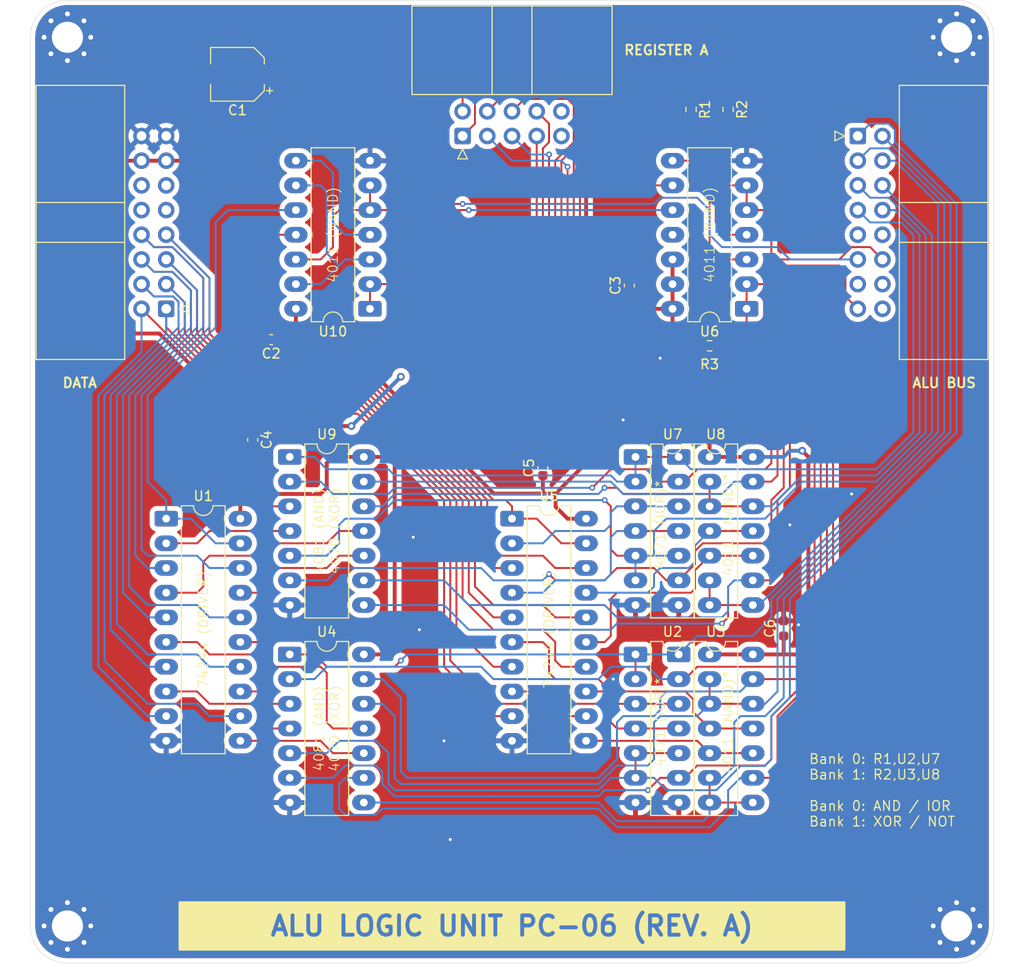
<source format=kicad_pcb>
(kicad_pcb (version 20241229) (generator "pcbnew") (generator_version "9.0")
  (title_block (title "ALU Logic Unit") (date "2025-02-13") (rev "PC-01-A"))
  (layers (0 "F.Cu" signal) (2 "B.Cu" signal) (13 "F.Paste" user) (15 "B.Paste" user) (5 "F.SilkS" user "F.Silkscreen") (7 "B.SilkS" user "B.Silkscreen") (1 "F.Mask" user) (3 "B.Mask" user) (25 "Edge.Cuts" user))
  (net 0 "")
  (net 1 "/cmd2")
  (net 2 "/carry_in")
  (net 3 "/~{logic_out}")
  (net 4 "/~{adder_out}")
  (net 5 "/input6")
  (net 6 "/input1")
  (net 7 "/input4")
  (net 8 "/cmd0")
  (net 9 "/input7")
  (net 11 "/input3")
  (net 12 "/input5")
  (net 13 "/adder_carry_out")
  (net 14 "/cmd1")
  (net 15 "/input2")
  (net 16 "/input0")
  (net 17 "/data3")
  (net 18 "GND")
  (net 19 "/data2")
  (net 20 "/clock")
  (net 21 "/data6")
  (net 22 "/data5")
  (net 23 "/data7")
  (net 24 "/~{mem_read}")
  (net 25 "VCC")
  (net 26 "/data4")
  (net 27 "/data0")
  (net 28 "/mem_write")
  (net 29 "/data1")
  (net 30 "/rega6")
  (net 31 "/rega4")
  (net 32 "/rega5")
  (net 33 "/rega2")
  (net 34 "/rega7")
  (net 35 "/rega3")
  (net 36 "/rega0")
  (net 37 "/rega1")
  (net 38 "/~{reset}")
  (net 41 "/and4")
  (net 42 "/and3")
  (net 43 "/and1")
  (net 44 "/and7")
  (net 45 "/~{and{slash}xor}")
  (net 46 "/and0")
  (net 47 "/and5")
  (net 48 "/and2")
  (net 49 "/and6")
  (net 50 "/ior3")
  (net 51 "/ior2")
  (net 52 "/ior1")
  (net 53 "/ior0")
  (net 54 "/ior6")
  (net 55 "/~{ior{slash}not}")
  (net 56 "/ior4")
  (net 57 "/ior5")
  (net 58 "/ior7")
  (net 59 "Net-(R1-Pad2)")
  (net 60 "Net-(R2-Pad1)")
  (net 62 "Net-(U6-Pad3)")
  (net 63 "Net-(U10-Pad1)")
  (net 64 "Net-(U10-Pad13)")
  (net 65 "Net-(U10-Pad4)")
  (footprint "Connector_IDC:IDC-Header_2x08_P2.54mm_Horizontal" (layer "F.Cu") (at 54.61 54.61 180)
    (property "Reference" "DATA_BUS1" (hide yes))
    (property "Value" "Conn_01x16")
  )
  (footprint "Package_DIP:DIP-14_W7.62mm_LongPads" (layer "F.Cu") (at 67.31 90.17)
    (property "Reference" "U4")
    (property "Value" "primL")
  )
  (footprint "Capacitor_SMD:C_0603_1608Metric" (layer "F.Cu") (at 65.405 57.785 180)
    (property "Reference" "C2")
    (property "Value" "C")
  )
  (footprint "Resistor_SMD:R_0603_1608Metric" (layer "F.Cu") (at 108.585 34.1 -90)
    (property "Reference" "R1")
    (property "Value" "bank2")
  )
  (footprint "Package_DIP:DIP-14_W7.62mm_LongPads" (layer "F.Cu") (at 67.31 69.85)
    (property "Reference" "U9")
    (property "Value" "primH")
  )
  (footprint "Package_DIP:DIP-14_W7.62mm_LongPads" (layer "F.Cu") (at 107.315 69.85)
    (property "Reference" "U8")
    (property "Value" "iorH")
  )
  (footprint "Connector_IDC:IDC-Header_2x05_P2.54mm_Horizontal" (layer "F.Cu") (at 85.09 36.83 90)
    (property "Reference" "J1" (hide yes))
    (property "Value" "Conn_01x10")
  )
  (footprint "Package_DIP:DIP-14_W7.62mm_LongPads" (layer "F.Cu") (at 75.565 54.61 180)
    (property "Reference" "U10")
    (property "Value" "gatesB")
  )
  (footprint "Package_DIP:DIP-14_W7.62mm_LongPads" (layer "F.Cu") (at 107.315 90.17)
    (property "Reference" "U3")
    (property "Value" "iorL")
  )
  (footprint "Capacitor_SMD:C_0603_1608Metric" (layer "F.Cu") (at 118.11 87.49 90)
    (property "Reference" "C6")
    (property "Value" "C")
  )
  (footprint "Package_DIP:DIP-20_W7.62mm_LongPads" (layer "F.Cu") (at 90.17 76.2)
    (property "Reference" "U5")
    (property "Value" "74HC244 driver2")
  )
  (footprint "Package_DIP:DIP-14_W7.62mm_LongPads" (layer "F.Cu") (at 102.87 69.85)
    (property "Reference" "U7")
    (property "Value" "notH")
  )
  (footprint "MountingHole:MountingHole_3.2mm_M3_Pad_Via" (layer "F.Cu") (at 135.89 118.11)
    (property "Reference" "H3" (hide yes))
    (property "Value" "MountingHole_Pad")
  )
  (footprint "Resistor_SMD:R_0603_1608Metric" (layer "F.Cu") (at 110.49 58.42)
    (property "Reference" "R3")
    (property "Value" "100k")
  )
  (footprint "Capacitor_SMD:C_0603_1608Metric" (layer "F.Cu") (at 93.345 70.98 90)
    (property "Reference" "C5")
    (property "Value" "C")
  )
  (footprint "Package_DIP:DIP-14_W7.62mm_LongPads" (layer "F.Cu") (at 114.3 54.61 180)
    (property "Reference" "U6")
    (property "Value" "gatesA")
  )
  (footprint "Package_DIP:DIP-20_W7.62mm_LongPads" (layer "F.Cu") (at 54.61 76.2)
    (property "Reference" "U1")
    (property "Value" "74HC244 driver1")
  )
  (footprint "Connector_IDC:IDC-Header_2x08_P2.54mm_Horizontal" (layer "F.Cu") (at 125.73 36.83)
    (property "Reference" "ADDRESS_BUS1" (hide yes))
    (property "Value" "Conn_01x16")
  )
  (footprint "Resistor_SMD:R_0603_1608Metric" (layer "F.Cu") (at 112.395 34.1 -90)
    (property "Reference" "R2")
    (property "Value" "bank1")
  )
  (footprint "MountingHole:MountingHole_3.2mm_M3_Pad_Via" (layer "F.Cu") (at 44.45 26.67)
    (property "Reference" "H1" (hide yes))
    (property "Value" "MountingHole_Pad")
  )
  (footprint "Capacitor_SMD:C_0603_1608Metric" (layer "F.Cu") (at 63.5 68.085 -90)
    (property "Reference" "C4")
    (property "Value" "C")
  )
  (footprint "Package_DIP:DIP-14_W7.62mm_LongPads" (layer "F.Cu") (at 102.87 90.17)
    (property "Reference" "U2")
    (property "Value" "notL")
  )
  (footprint "MountingHole:MountingHole_3.2mm_M3_Pad_Via" (layer "F.Cu") (at 135.89 26.67)
    (property "Reference" "H2" (hide yes))
    (property "Value" "MountingHole_Pad")
  )
  (footprint "Capacitor_SMD:C_0603_1608Metric" (layer "F.Cu") (at 102.235 52.21 90)
    (property "Reference" "C3")
    (property "Value" "C")
  )
  (footprint "MountingHole:MountingHole_3.2mm_M3_Pad_Via" (layer "F.Cu") (at 44.45 118.11)
    (property "Reference" "H4" (hide yes))
    (property "Value" "MountingHole_Pad")
  )
  (footprint "Capacitor_SMD:CP_Elec_5x5.3" (layer "F.Cu") (at 61.935 30.48 180)
    (property "Reference" "C1")
    (property "Value" "C_Polarized")
  )
  (gr_line (start 139.7 26.67) (end 139.7 118.11) (stroke (width 0.05)) (layer "Edge.Cuts"))
  (gr_arc (start 135.89 22.86) (mid 138.584077 23.975923) (end 139.7 26.67) (stroke (width 0.05)) (layer "Edge.Cuts"))
  (gr_line (start 40.64 118.11) (end 40.64 26.67) (stroke (width 0.05)) (layer "Edge.Cuts"))
  (gr_line (start 44.45 22.86) (end 135.89 22.86) (stroke (width 0.05)) (layer "Edge.Cuts"))
  (gr_line (start 135.89 121.92) (end 44.45 121.92) (stroke (width 0.05)) (layer "Edge.Cuts"))
  (gr_arc (start 44.45 121.92) (mid 41.755923 120.804077) (end 40.64 118.11) (stroke (width 0.05)) (layer "Edge.Cuts"))
  (gr_arc (start 139.7 118.11) (mid 138.584077 120.804077) (end 135.89 121.92) (stroke (width 0.05)) (layer "Edge.Cuts"))
  (gr_arc (start 40.64 26.67) (mid 41.755923 23.975923) (end 44.45 22.86) (stroke (width 0.05)) (layer "Edge.Cuts"))
  (gr_text "4081 (AND)\n4070 (XOR)" (at 71.12 97.79 90) (layer "F.SilkS") (effects (font (size 1 1) (thickness 0.1))))
  (gr_text "DATA" (at 45.72 62.23 0) (layer "F.SilkS") (effects (font (size 1 1) (thickness 0.2) (bold yes))))
  (gr_text "4011 (NAND)" (at 110.49 46.99 90) (layer "F.SilkS") (effects (font (size 1 1) (thickness 0.1))))
  (gr_text "4071 (IOR)*" (at 105.41 76.835 90) (layer "F.SilkS") (effects (font (size 1 1) (thickness 0.1))))
  (gr_text "4081 (AND)\n4070 (XOR)" (at 71.12 77.47 90) (layer "F.SilkS") (effects (font (size 1 1) (thickness 0.1))))
  (gr_text "ALU BUS" (at 134.62 62.23 0) (layer "F.SilkS") (effects (font (size 1 1) (thickness 0.2) (bold yes))))
  (gr_text "74244 (DRIVER)" (at 58.42 87.63 90) (layer "F.SilkS") (effects (font (size 1 1) (thickness 0.1))))
  (gr_text "74244 (DRIVER)" (at 93.98 87.63 90) (layer "F.SilkS") (effects (font (size 1 1) (thickness 0.1))))
  (gr_text "4071 (IOR)*" (at 105.41 97.155 90) (layer "F.SilkS") (effects (font (size 1 1) (thickness 0.1))))
  (gr_text "4011 (NAND)*" (at 112.395 97.155 90) (layer "F.SilkS") (effects (font (size 1 1) (thickness 0.1))))
  (gr_text "Bank 0: R1,U2,U7\nBank 1: R2,U3,U8\n\nBank 0: AND / IOR\nBank 1: XOR / NOT" (at 120.65 107.95 0) (layer "F.SilkS") (effects (font (size 1 1) (thickness 0.125)) (justify left bottom)))
  (gr_text "REGISTER A" (at 101.6 28.575 0) (layer "F.SilkS") (effects (font (size 1 1) (thickness 0.2) (bold yes)) (justify left bottom)))
  (gr_text "4011 (NAND)" (at 71.755 46.99 90) (layer "F.SilkS") (effects (font (size 1 1) (thickness 0.1))))
  (gr_text "4011 (NAND)*" (at 112.395 76.835 90) (layer "F.SilkS") (effects (font (size 1 1) (thickness 0.1))))
  (gr_text "ALU LOGIC UNIT PC-06 (REV. A)" (at 90.17 118.11 0) (layer "F.SilkS" knockout) (effects (font (size 2 2) (thickness 0.4) (bold yes))))
  (segment (start 123.825 50.165) (end 124.46 50.8) (width 0.2) (layer "F.Cu") (net 3))
  (segment (start 111.315 58.42) (end 113.665 58.42) (width 0.2) (layer "F.Cu") (net 3))
  (segment (start 124.46 53.34) (end 124.46 50.8) (width 0.2) (layer "F.Cu") (net 3))
  (segment (start 116.205 52.07) (end 118.11 50.165) (width 0.2) (layer "F.Cu") (net 3))
  (segment (start 113.665 58.42) (end 114.3 57.785) (width 0.2) (layer "F.Cu") (net 3))
  (segment (start 114.3 57.785) (end 114.3 54.61) (width 0.2) (layer "F.Cu") (net 3))
  (segment (start 114.3 52.07) (end 116.205 52.07) (width 0.2) (layer "F.Cu") (net 3))
  (segment (start 125.73 54.61) (end 124.46 53.34) (width 0.2) (layer "F.Cu") (net 3))
  (segment (start 114.3 54.61) (end 114.3 52.07) (width 0.2) (layer "F.Cu") (net 3))
  (segment (start 118.11 50.165) (end 123.825 50.165) (width 0.2) (layer "F.Cu") (net 3))
  (segment (start 107.315 69.85) (end 102.87 69.85) (width 0.2) (layer "F.Cu") (net 5))
  (segment (start 131.445 46.99) (end 131.445 67.31) (width 0.2) (layer "B.Cu") (net 5))
  (segment (start 130.175 45.72) (end 131.445 46.99) (width 0.2) (layer "B.Cu") (net 5))
  (segment (start 67.31 69.85) (end 69.85 69.85) (width 0.2) (layer "B.Cu") (net 5))
  (segment (start 71.12 71.12) (end 77.47 71.12) (width 0.2) (layer "B.Cu") (net 5))
  (segment (start 108.585 71.12) (end 107.315 69.85) (width 0.2) (layer "B.Cu") (net 5))
  (segment (start 69.85 69.85) (end 71.12 71.12) (width 0.2) (layer "B.Cu") (net 5))
  (segment (start 100.965 72.39) (end 102.87 72.39) (width 0.2) (layer "B.Cu") (net 5))
  (segment (start 131.445 67.31) (end 127.635 71.12) (width 0.2) (layer "B.Cu") (net 5))
  (segment (start 102.87 69.85) (end 102.87 72.39) (width 0.2) (layer "B.Cu") (net 5))
  (segment (start 127 45.72) (end 130.175 45.72) (width 0.2) (layer "B.Cu") (net 5))
  (segment (start 125.73 44.45) (end 127 45.72) (width 0.2) (layer "B.Cu") (net 5))
  (segment (start 100.33 71.755) (end 100.965 72.39) (width 0.2) (layer "B.Cu") (net 5))
  (segment (start 78.105 71.755) (end 100.33 71.755) (width 0.2) (layer "B.Cu") (net 5))
  (segment (start 77.47 71.12) (end 78.105 71.755) (width 0.2) (layer "B.Cu") (net 5))
  (segment (start 127.635 71.12) (end 108.585 71.12) (width 0.2) (layer "B.Cu") (net 5))
  (segment (start 114.935 105.41) (end 110.49 105.41) (width 0.2) (layer "F.Cu") (net 6))
  (segment (start 110.49 102.87) (end 110.49 105.41) (width 0.2) (layer "F.Cu") (net 6))
  (segment (start 111.76 102.87) (end 110.49 102.87) (width 0.2) (layer "B.Cu") (net 6))
  (segment (start 128.27 36.83) (end 135.255 43.815) (width 0.2) (layer "B.Cu") (net 6))
  (segment (start 118.11 84.455) (end 118.11 94.615) (width 0.2) (layer "B.Cu") (net 6))
  (segment (start 135.255 43.815) (end 135.255 67.31) (width 0.2) (layer "B.Cu") (net 6))
  (segment (start 109.855 107.315) (end 110.49 106.68) (width 0.2) (layer "B.Cu") (net 6))
  (segment (start 99.06 105.41) (end 100.965 107.315) (width 0.2) (layer "B.Cu") (net 6))
  (segment (start 135.255 67.31) (end 118.11 84.455) (width 0.2) (layer "B.Cu") (net 6))
  (segment (start 113.03 97.155) (end 113.03 101.6) (width 0.2) (layer "B.Cu") (net 6))
  (segment (start 116.205 96.52) (end 113.665 96.52) (width 0.2) (layer "B.Cu") (net 6))
  (segment (start 74.93 105.41) (end 99.06 105.41) (width 0.2) (layer "B.Cu") (net 6))
  (segment (start 113.665 96.52) (end 113.03 97.155) (width 0.2) (layer "B.Cu") (net 6))
  (segment (start 110.49 106.68) (end 110.49 105.41) (width 0.2) (layer "B.Cu") (net 6))
  (segment (start 111.76 102.87) (end 113.03 101.6) (width 0.2) (layer "B.Cu") (net 6))
  (segment (start 118.11 94.615) (end 116.205 96.52) (width 0.2) (layer "B.Cu") (net 6))
  (segment (start 100.965 107.315) (end 109.855 107.315) (width 0.2) (layer "B.Cu") (net 6))
  (segment (start 100.33 74.93) (end 99.695 74.295) (width 0.2) (layer "F.Cu") (net 7))
  (segment (start 100.33 79.375) (end 100.33 74.93) (width 0.2) (layer "F.Cu") (net 7))
  (segment (start 100.965 80.01) (end 100.33 79.375) (width 0.2) (layer "F.Cu") (net 7))
  (segment (start 102.87 80.01) (end 100.965 80.01) (width 0.2) (layer "F.Cu") (net 7))
  (via (at 99.695 74.295) (size 0.6) (drill 0.3) (layers "F.Cu" "B.Cu") (net 7))
  (segment (start 78.105 74.295) (end 99.695 74.295) (width 0.2) (layer "B.Cu") (net 7))
  (segment (start 73.025 76.2) (end 72.39 76.835) (width 0.2) (layer "B.Cu") (net 7))
  (segment (start 104.775 80.01) (end 102.87 80.01) (width 0.2) (layer "B.Cu") (net 7))
  (segment (start 107.315 80.01) (end 104.775 80.01) (width 0.2) (layer "B.Cu") (net 7))
  (segment (start 72.39 76.835) (end 72.39 78.74) (width 0.2) (layer "B.Cu") (net 7))
  (segment (start 116.205 76.2) (end 120.015 72.39) (width 0.2) (layer "B.Cu") (net 7))
  (segment (start 78.105 74.295) (end 76.2 76.2) (width 0.2) (layer "B.Cu") (net 7))
  (segment (start 71.12 80.01) (end 67.31 80.01) (width 0.2) (layer "B.Cu") (net 7))
  (segment (start 72.39 78.74) (end 71.12 80.01) (width 0.2) (layer "B.Cu") (net 7))
  (segment (start 106.045 76.2) (end 116.205 76.2) (width 0.2) (layer "B.Cu") (net 7))
  (segment (start 127.635 72.39) (end 132.715 67.31) (width 0.2) (layer "B.Cu") (net 7))
  (segment (start 132.715 46.99) (end 128.905 43.18) (width 0.2) (layer "B.Cu") (net 7))
  (segment (start 132.715 67.31) (end 132.715 46.99) (width 0.2) (layer "B.Cu") (net 7))
  (segment (start 102.87 82.55) (end 102.87 80.01) (width 0.2) (layer "B.Cu") (net 7))
  (segment (start 127 43.18) (end 125.73 41.91) (width 0.2) (layer "B.Cu") (net 7))
  (segment (start 104.775 77.47) (end 106.045 76.2) (width 0.2) (layer "B.Cu") (net 7))
  (segment (start 104.775 80.01) (end 104.775 77.47) (width 0.2) (layer "B.Cu") (net 7))
  (segment (start 120.015 72.39) (end 127.635 72.39) (width 0.2) (layer "B.Cu") (net 7))
  (segment (start 128.905 43.18) (end 127 43.18) (width 0.2) (layer "B.Cu") (net 7))
  (segment (start 76.2 76.2) (end 73.025 76.2) (width 0.2) (layer "B.Cu") (net 7))
  (segment (start 78.105 44.45) (end 75.565 44.45) (width 0.2) (layer "F.Cu") (net 8))
  (segment (start 71.755 45.085) (end 71.755 48.26) (width 0.2) (layer "F.Cu") (net 8))
  (segment (start 78.74 43.815) (end 78.105 44.45) (width 0.2) (layer "F.Cu") (net 8))
  (segment (start 72.39 44.45) (end 71.755 45.085) (width 0.2) (layer "F.Cu") (net 8))
  (segment (start 71.755 48.26) (end 70.485 49.53) (width 0.2) (layer "F.Cu") (net 8))
  (segment (start 85.09 43.815) (end 78.74 43.815) (width 0.2) (layer "F.Cu") (net 8))
  (segment (start 75.565 41.91) (end 75.565 44.45) (width 0.2) (layer "F.Cu") (net 8))
  (segment (start 70.485 49.53) (end 67.945 49.53) (width 0.2) (layer "F.Cu") (net 8))
  (segment (start 75.565 44.45) (end 72.39 44.45) (width 0.2) (layer "F.Cu") (net 8))
  (via (at 85.09 43.815) (size 0.6) (drill 0.3) (layers "F.Cu" "B.Cu") (net 8))
  (segment (start 104.775 43.815) (end 105.41 43.18) (width 0.2) (layer "B.Cu") (net 8))
  (segment (start 110.49 44.45) (end 110.49 46.99) (width 0.2) (layer "B.Cu") (net 8))
  (segment (start 111.76 48.26) (end 117.475 48.26) (width 0.2) (layer "B.Cu") (net 8))
  (segment (start 117.475 48.26) (end 118.745 49.53) (width 0.2) (layer "B.Cu") (net 8))
  (segment (start 85.09 43.815) (end 104.775 43.815) (width 0.2) (layer "B.Cu") (net 8))
  (segment (start 110.49 46.99) (end 111.76 48.26) (width 0.2) (layer "B.Cu") (net 8))
  (segment (start 118.745 49.53) (end 125.73 49.53) (width 0.2) (layer "B.Cu") (net 8))
  (segment (start 109.22 43.18) (end 110.49 44.45) (width 0.2) (layer "B.Cu") (net 8))
  (segment (start 105.41 43.18) (end 109.22 43.18) (width 0.2) (layer "B.Cu") (net 8))
  (segment (start 110.49 74.93) (end 110.49 73.66) (width 0.2) (layer "F.Cu") (net 9))
  (segment (start 114.935 74.93) (end 110.49 74.93) (width 0.2) (layer "F.Cu") (net 9))
  (segment (start 101.6 73.66) (end 100.965 73.025) (width 0.2) (layer "F.Cu") (net 9))
  (segment (start 110.49 73.66) (end 110.49 72.39) (width 0.2) (layer "F.Cu") (net 9))
  (segment (start 100.965 73.025) (end 99.695 73.025) (width 0.2) (layer "F.Cu") (net 9))
  (segment (start 110.49 73.66) (end 101.6 73.66) (width 0.2) (layer "F.Cu") (net 9))
  (via (at 99.695 73.025) (size 0.6) (drill 0.3) (layers "F.Cu" "B.Cu") (net 9))
  (segment (start 99.06 73.66) (end 99.695 73.025) (width 0.2) (layer "B.Cu") (net 9))
  (segment (start 128.27 44.45) (end 129.54 44.45) (width 0.2) (layer "B.Cu") (net 9))
  (segment (start 78.105 73.66) (end 99.06 73.66) (width 0.2) (layer "B.Cu") (net 9))
  (segment (start 116.84 74.93) (end 114.935 74.93) (width 0.2) (layer "B.Cu") (net 9))
  (segment (start 129.54 44.45) (end 132.08 46.99) (width 0.2) (layer "B.Cu") (net 9))
  (segment (start 74.93 74.93) (end 76.835 74.93) (width 0.2) (layer "B.Cu") (net 9))
  (segment (start 132.08 46.99) (end 132.08 67.31) (width 0.2) (layer "B.Cu") (net 9))
  (segment (start 120.015 71.755) (end 116.84 74.93) (width 0.2) (layer "B.Cu") (net 9))
  (segment (start 76.835 74.93) (end 78.105 73.66) (width 0.2) (layer "B.Cu") (net 9))
  (segment (start 132.08 67.31) (end 127.635 71.755) (width 0.2) (layer "B.Cu") (net 9))
  (segment (start 127.635 71.755) (end 120.015 71.755) (width 0.2) (layer "B.Cu") (net 9))
  (segment (start 75.565 91.44) (end 78.105 91.44) (width 0.2) (layer "F.Cu") (net 11))
  (segment (start 69.85 90.17) (end 71.12 91.44) (width 0.2) (layer "F.Cu") (net 11))
  (segment (start 78.105 91.44) (end 78.74 90.805) (width 0.2) (layer "F.Cu") (net 11))
  (segment (start 102.87 92.71) (end 102.87 90.17) (width 0.2) (layer "F.Cu") (net 11))
  (segment (start 76.2 91.44) (end 75.565 91.44) (width 0.2) (layer "F.Cu") (net 11))
  (segment (start 67.31 90.17) (end 69.85 90.17) (width 0.2) (layer "F.Cu") (net 11))
  (segment (start 71.12 91.44) (end 76.2 91.44) (width 0.2) (layer "F.Cu") (net 11))
  (via (at 78.74 90.805) (size 0.6) (drill 0.3) (layers "F.Cu" "B.Cu") (net 11))
  (segment (start 79.375 90.17) (end 80.645 90.17) (width 0.2) (layer "B.Cu") (net 11))
  (segment (start 109.22 88.265) (end 107.315 90.17) (width 0.2) (layer "B.Cu") (net 11))
  (segment (start 102.87 90.17) (end 80.645 90.17) (width 0.2) (layer "B.Cu") (net 11))
  (segment (start 128.27 39.37) (end 129.54 39.37) (width 0.2) (layer "B.Cu") (net 11))
  (segment (start 78.74 90.805) (end 79.375 90.17) (width 0.2) (layer "B.Cu") (net 11))
  (segment (start 116.84 84.455) (end 116.84 86.36) (width 0.2) (layer "B.Cu") (net 11))
  (segment (start 133.985 67.31) (end 116.84 84.455) (width 0.2) (layer "B.Cu") (net 11))
  (segment (start 107.315 90.17) (end 102.87 90.17) (width 0.2) (layer "B.Cu") (net 11))
  (segment (start 133.985 43.815) (end 133.985 67.31) (width 0.2) (layer "B.Cu") (net 11))
  (segment (start 129.54 39.37) (end 133.985 43.815) (width 0.2) (layer "B.Cu") (net 11))
  (segment (start 114.935 88.265) (end 109.22 88.265) (width 0.2) (layer "B.Cu") (net 11))
  (segment (start 116.84 86.36) (end 114.935 88.265) (width 0.2) (layer "B.Cu") (net 11))
  (segment (start 111.76 86.995) (end 112.395 86.36) (width 0.2) (layer "F.Cu") (net 12))
  (segment (start 110.49 82.55) (end 110.49 85.09) (width 0.2) (layer "F.Cu") (net 12))
  (segment (start 112.395 85.09) (end 110.49 85.09) (width 0.2) (layer "F.Cu") (net 12))
  (segment (start 112.395 86.36) (end 112.395 85.09) (width 0.2) (layer "F.Cu") (net 12))
  (segment (start 114.935 85.09) (end 112.395 85.09) (width 0.2) (layer "F.Cu") (net 12))
  (via (at 111.76 86.995) (size 0.6) (drill 0.3) (layers "F.Cu" "B.Cu") (net 12))
  (segment (start 128.27 41.91) (end 133.35 46.99) (width 0.2) (layer "B.Cu") (net 12))
  (segment (start 115.57 85.09) (end 133.35 67.31) (width 0.2) (layer "B.Cu") (net 12))
  (segment (start 85.725 87.63) (end 100.33 87.63) (width 0.2) (layer "B.Cu") (net 12))
  (segment (start 74.93 85.09) (end 83.185 85.09) (width 0.2) (layer "B.Cu") (net 12))
  (segment (start 114.935 85.09) (end 115.57 85.09) (width 0.2) (layer "B.Cu") (net 12))
  (segment (start 133.35 67.31) (end 133.35 46.99) (width 0.2) (layer "B.Cu") (net 12))
  (segment (start 83.185 85.09) (end 85.725 87.63) (width 0.2) (layer "B.Cu") (net 12))
  (segment (start 100.965 86.995) (end 111.76 86.995) (width 0.2) (layer "B.Cu") (net 12))
  (segment (start 100.33 87.63) (end 100.965 86.995) (width 0.2) (layer "B.Cu") (net 12))
  (segment (start 113.665 32.385) (end 114.935 33.655) (width 0.2) (layer "F.Cu") (net 14))
  (segment (start 110.235 33.275) (end 111.125 32.385) (width 0.2) (layer "F.Cu") (net 14))
  (segment (start 108.585 33.275) (end 110.235 33.275) (width 0.2) (layer "F.Cu") (net 14))
  (segment (start 117.475 49.53) (end 123.825 49.53) (width 0.2) (layer "F.Cu") (net 14))
  (segment (start 111.76 41.275) (end 111.76 39.37) (width 0.2) (layer "F.Cu") (net 14))
  (segment (start 116.84 48.895) (end 117.475 49.53) (width 0.2) (layer "F.Cu") (net 14))
  (segment (start 112.395 41.91) (end 111.76 41.275) (width 0.2) (layer "F.Cu") (net 14))
  (segment (start 128.27 49.53) (end 127 48.26) (width 0.2) (layer "F.Cu") (net 14))
  (segment (start 114.3 41.91) (end 114.3 44.45) (width 0.2) (layer "F.Cu") (net 14))
  (segment (start 114.3 44.45) (end 116.205 44.45) (width 0.2) (layer "F.Cu") (net 14))
  (segment (start 127 48.26) (end 125.095 48.26) (width 0.2) (layer "F.Cu") (net 14))
  (segment (start 116.84 45.085) (end 116.84 48.895) (width 0.2) (layer "F.Cu") (net 14))
  (segment (start 114.935 36.195) (end 114.935 33.655) (width 0.2) (layer "F.Cu") (net 14))
  (segment (start 114.3 41.91) (end 112.395 41.91) (width 0.2) (layer "F.Cu") (net 14))
  (segment (start 111.125 32.385) (end 113.665 32.385) (width 0.2) (layer "F.Cu") (net 14))
  (segment (start 116.205 44.45) (end 116.84 45.085) (width 0.2) (layer "F.Cu") (net 14))
  (segment (start 123.825 49.53) (end 125.095 48.26) (width 0.2) (layer "F.Cu") (net 14))
  (segment (start 111.76 39.37) (end 114.935 36.195) (width 0.2) (layer "F.Cu") (net 14))
  (segment (start 110.49 95.25) (end 114.935 95.25) (width 0.2) (layer "F.Cu") (net 15))
  (segment (start 110.49 92.71) (end 110.49 95.25) (width 0.2) (layer "F.Cu") (net 15))
  (segment (start 104.14 101.6) (end 104.775 100.965) (width 0.2) (layer "B.Cu") (net 15))
  (segment (start 134.62 43.815) (end 134.62 67.31) (width 0.2) (layer "B.Cu") (net 15))
  (segment (start 104.775 97.155) (end 105.41 96.52) (width 0.2) (layer "B.Cu") (net 15))
  (segment (start 125.73 39.37) (end 127 38.1) (width 0.2) (layer "B.Cu") (net 15))
  (segment (start 76.835 95.25) (end 78.105 96.52) (width 0.2) (layer "B.Cu") (net 15))
  (segment (start 78.105 102.87) (end 78.74 103.505) (width 0.2) (layer "B.Cu") (net 15))
  (segment (start 78.74 103.505) (end 99.06 103.505) (width 0.2) (layer "B.Cu") (net 15))
  (segment (start 127 38.1) (end 128.905 38.1) (width 0.2) (layer "B.Cu") (net 15))
  (segment (start 116.205 95.25) (end 114.935 95.25) (width 0.2) (layer "B.Cu") (net 15))
  (segment (start 117.475 84.455) (end 117.475 93.98) (width 0.2) (layer "B.Cu") (net 15))
  (segment (start 105.41 96.52) (end 109.22 96.52) (width 0.2) (layer "B.Cu") (net 15))
  (segment (start 128.905 38.1) (end 134.62 43.815) (width 0.2) (layer "B.Cu") (net 15))
  (segment (start 134.62 67.31) (end 117.475 84.455) (width 0.2) (layer "B.Cu") (net 15))
  (segment (start 74.93 95.25) (end 76.835 95.25) (width 0.2) (layer "B.Cu") (net 15))
  (segment (start 100.965 101.6) (end 104.14 101.6) (width 0.2) (layer "B.Cu") (net 15))
  (segment (start 109.22 96.52) (end 110.49 95.25) (width 0.2) (layer "B.Cu") (net 15))
  (segment (start 104.775 100.965) (end 104.775 97.155) (width 0.2) (layer "B.Cu") (net 15))
  (segment (start 99.06 103.505) (end 100.965 101.6) (width 0.2) (layer "B.Cu") (net 15))
  (segment (start 78.105 96.52) (end 78.105 102.87) (width 0.2) (layer "B.Cu") (net 15))
  (segment (start 117.475 93.98) (end 116.205 95.25) (width 0.2) (layer "B.Cu") (net 15))
  (segment (start 107.315 100.33) (end 102.87 100.33) (width 0.2) (layer "F.Cu") (net 16))
  (segment (start 102.87 100.33) (end 102.87 102.87) (width 0.2) (layer "F.Cu") (net 16))
  (segment (start 129.54 37.465) (end 129.54 36.195) (width 0.2) (layer "B.Cu") (net 16))
  (segment (start 71.12 100.33) (end 72.39 99.06) (width 0.2) (layer "B.Cu") (net 16))
  (segment (start 67.31 100.33) (end 71.12 100.33) (width 0.2) (layer "B.Cu") (net 16))
  (segment (start 116.84 100.965) (end 116.84 96.52) (width 0.2) (layer "B.Cu") (net 16))
  (segment (start 111.177049 104.14) (end 113.665 101.652049) (width 0.2) (layer "B.Cu") (net 16))
  (segment (start 135.89 43.815) (end 129.54 37.465) (width 0.2) (layer "B.Cu") (net 16))
  (segment (start 113.665 101.652049) (end 116.152951 101.652049) (width 0.2) (layer "B.Cu") (net 16))
  (segment (start 104.775 102.87) (end 105.41 103.505) (width 0.2) (layer "B.Cu") (net 16))
  (segment (start 105.41 103.505) (end 106.045 104.14) (width 0.2) (layer "B.Cu") (net 16))
  (segment (start 88.265 104.14) (end 99.06 104.14) (width 0.2) (layer "B.Cu") (net 16))
  (segment (start 116.152951 101.652049) (end 116.84 100.965) (width 0.2) (layer "B.Cu") (net 16))
  (segment (start 116.84 96.52) (end 118.745 94.615) (width 0.2) (layer "B.Cu") (net 16))
  (segment (start 77.47 103.505) (end 78.105 104.14) (width 0.2) (layer "B.Cu") (net 16))
  (segment (start 127 35.56) (end 125.73 36.83) (width 0.2) (layer "B.Cu") (net 16))
  (segment (start 100.33 102.87) (end 102.87 102.87) (width 0.2) (layer "B.Cu") (net 16))
  (segment (start 77.47 100.33) (end 77.47 103.505) (width 0.2) (layer "B.Cu") (net 16))
  (segment (start 78.105 104.14) (end 88.265 104.14) (width 0.2) (layer "B.Cu") (net 16))
  (segment (start 106.045 104.14) (end 111.177049 104.14) (width 0.2) (layer "B.Cu") (net 16))
  (segment (start 129.54 36.195) (end 128.905 35.56) (width 0.2) (layer "B.Cu") (net 16))
  (segment (start 99.06 104.14) (end 100.33 102.87) (width 0.2) (layer "B.Cu") (net 16))
  (segment (start 128.905 35.56) (end 127 35.56) (width 0.2) (layer "B.Cu") (net 16))
  (segment (start 135.89 67.31) (end 135.89 43.815) (width 0.2) (layer "B.Cu") (net 16))
  (segment (start 72.39 99.06) (end 76.2 99.06) (width 0.2) (layer "B.Cu") (net 16))
  (segment (start 118.745 84.455) (end 135.89 67.31) (width 0.2) (layer "B.Cu") (net 16))
  (segment (start 118.745 94.615) (end 118.745 84.455) (width 0.2) (layer "B.Cu") (net 16))
  (segment (start 102.87 102.87) (end 104.775 102.87) (width 0.2) (layer "B.Cu") (net 16))
  (segment (start 76.2 99.06) (end 77.47 100.33) (width 0.2) (layer "B.Cu") (net 16))
  (segment (start 88.265 91.44) (end 84.455 87.63) (width 0.2) (layer "F.Cu") (net 17))
  (segment (start 53.34 53.34) (end 52.07 52.07) (width 0.2) (layer "F.Cu") (net 17))
  (segment (start 84.455 74.295) (end 74.295 64.135) (width 0.2) (layer "F.Cu") (net 17))
  (segment (start 90.17 91.44) (end 88.265 91.44) (width 0.2) (layer "F.Cu") (net 17))
  (segment (start 74.295 64.135) (end 62.865 64.135) (width 0.2) (layer "F.Cu") (net 17))
  (segment (start 55.88 53.89384) (end 55.32616 53.34) (width 0.2) (layer "F.Cu") (net 17))
  (segment (start 62.865 64.135) (end 55.88 57.15) (width 0.2) (layer "F.Cu") (net 17))
  (segment (start 55.88 57.15) (end 55.88 53.89384) (width 0.2) (layer "F.Cu") (net 17))
  (segment (start 55.32616 53.34) (end 53.34 53.34) (width 0.2) (layer "F.Cu") (net 17))
  (segment (start 84.455 87.63) (end 84.455 74.295) (width 0.2) (layer "F.Cu") (net 17))
  (segment (start 55.88 53.89384) (end 55.88 56.515) (width 0.2) (layer "B.Cu") (net 17))
  (segment (start 52.705 91.44) (end 54.61 91.44) (width 0.2) (layer "B.Cu") (net 17))
  (segment (start 48.895 87.63) (end 52.705 91.44) (width 0.2) (layer "B.Cu") (net 17))
  (segment (start 52.07 52.07) (end 53.34 53.34) (width 0.2) (layer "B.Cu") (net 17))
  (segment (start 55.88 56.515) (end 48.895 63.5) (width 0.2) (layer "B.Cu") (net 17))
  (segment (start 53.34 53.34) (end 55.32616 53.34) (width 0.2) (layer "B.Cu") (net 17))
  (segment (start 55.32616 53.34) (end 55.88 53.89384) (width 0.2) (layer "B.Cu") (net 17))
  (segment (start 48.895 63.5) (end 48.895 87.63) (width 0.2) (layer "B.Cu") (net 17))
  (via (at 119.634 87.122) (size 0.6) (drill 0.3) (layers "F.Cu" "B.Cu") (net 18))
  (via (at 80.01 78.105) (size 0.6) (drill 0.3) (layers "F.Cu" "B.Cu") (net 18))
  (via (at 80.645 87.63) (size 0.6) (drill 0.3) (layers "F.Cu" "B.Cu") (net 18))
  (via (at 83.185 99.06) (size 0.6) (drill 0.3) (layers "F.Cu" "B.Cu") (net 18))
  (via (at 83.82 109.22) (size 0.6) (drill 0.3) (layers "F.Cu" "B.Cu") (net 18))
  (via (at 100.584 92.71) (size 0.6) (drill 0.3) (layers "F.Cu" "B.Cu") (net 18))
  (via (at 125.095 73.66) (size 0.6) (drill 0.3) (layers "F.Cu" "B.Cu") (net 18))
  (via (at 118.745 76.835) (size 0.6) (drill 0.3) (layers "F.Cu" "B.Cu") (net 18))
  (via (at 105.41 59.69) (size 0.6) (drill 0.3) (layers "F.Cu" "B.Cu") (net 18))
  (via (at 101.6 66.04) (size 0.6) (drill 0.3) (layers "F.Cu" "B.Cu") (net 18))
  (segment (start 56.515 53.96174) (end 56.515 57.15) (width 0.2) (layer "F.Cu") (net 19))
  (segment (start 88.265 87.63) (end 93.345 87.63) (width 0.2) (layer "F.Cu") (net 19))
  (segment (start 62.865 63.5) (end 74.295 63.5) (width 0.2) (layer "F.Cu") (net 19))
  (segment (start 95.25 91.44) (end 97.79 91.44) (width 0.2) (layer "F.Cu") (net 19))
  (segment (start 85.09 74.295) (end 85.09 84.455) (width 0.2) (layer "F.Cu") (net 19))
  (segment (start 74.295 63.5) (end 85.09 74.295) (width 0.2) (layer "F.Cu") (net 19))
  (segment (start 85.09 84.455) (end 88.265 87.63) (width 0.2) (layer "F.Cu") (net 19))
  (segment (start 94.615 88.9) (end 94.615 90.805) (width 0.2) (layer "F.Cu") (net 19))
  (segment (start 94.615 90.805) (end 95.25 91.44) (width 0.2) (layer "F.Cu") (net 19))
  (segment (start 93.345 87.63) (end 94.615 88.9) (width 0.2) (layer "F.Cu") (net 19))
  (segment (start 54.61 52.07) (end 54.62326 52.07) (width 0.2) (layer "F.Cu") (net 19))
  (segment (start 56.515 57.15) (end 62.865 63.5) (width 0.2) (layer "F.Cu") (net 19))
  (segment (start 54.62326 52.07) (end 56.515 53.96174) (width 0.2) (layer "F.Cu") (net 19))
  (segment (start 54.61 52.07) (end 54.62326 52.07) (width 0.2) (layer "B.Cu") (net 19))
  (segment (start 57.785 90.17) (end 59.055 91.44) (width 0.2) (layer "B.Cu") (net 19))
  (segment (start 49.53 86.995) (end 52.705 90.17) (width 0.2) (layer "B.Cu") (net 19))
  (segment (start 56.52163 56.50837) (end 49.53 63.5) (width 0.2) (layer "B.Cu") (net 19))
  (segment (start 49.53 63.5) (end 49.53 86.995) (width 0.2) (layer "B.Cu") (net 19))
  (segment (start 54.62326 52.07) (end 56.52163 53.96837) (width 0.2) (layer "B.Cu") (net 19))
  (segment (start 59.055 91.44) (end 62.23 91.44) (width 0.2) (layer "B.Cu") (net 19))
  (segment (start 52.705 90.17) (end 57.785 90.17) (width 0.2) (layer "B.Cu") (net 19))
  (segment (start 56.52163 53.96837) (end 56.52163 56.50837) (width 0.2) (layer "B.Cu") (net 19))
  (segment (start 88.265 80.01) (end 93.345 80.01) (width 0.2) (layer "F.Cu") (net 21))
  (segment (start 62.865 60.96) (end 74.295 60.96) (width 0.2) (layer "F.Cu") (net 21))
  (segment (start 59.055 57.15) (end 62.865 60.96) (width 0.2) (layer "F.Cu") (net 21))
  (segment (start 93.345 80.01) (end 94.615 81.28) (width 0.2) (layer "F.Cu") (net 21))
  (segment (start 94.615 81.28) (end 97.79 81.28) (width 0.2) (layer "F.Cu") (net 21))
  (segment (start 54.61 46.99) (end 59.055 51.435) (width 0.2) (layer "F.Cu") (net 21))
  (segment (start 87.63 79.375) (end 88.265 80.01) (width 0.2) (layer "F.Cu") (net 21))
  (segment (start 59.055 51.435) (end 59.055 57.15) (width 0.2) (layer "F.Cu") (net 21))
  (segment (start 74.295 60.96) (end 87.63 74.295) (width 0.2) (layer "F.Cu") (net 21))
  (segment (start 87.63 74.295) (end 87.63 79.375) (width 0.2) (layer "F.Cu") (net 21))
  (segment (start 59.055 56.515) (end 52.07 63.5) (width 0.2) (layer "B.Cu") (net 21))
  (segment (start 57.785 80.01) (end 59.055 81.28) (width 0.2) (layer "B.Cu") (net 21))
  (segment (start 52.705 80.01) (end 57.785 80.01) (width 0.2) (layer "B.Cu") (net 21))
  (segment (start 59.055 81.28) (end 62.23 81.28) (width 0.2) (layer "B.Cu") (net 21))
  (segment (start 59.055 51.435) (end 59.055 56.515) (width 0.2) (layer "B.Cu") (net 21))
  (segment (start 54.61 46.99) (end 59.055 51.435) (width 0.2) (layer "B.Cu") (net 21))
  (segment (start 52.07 63.5) (end 52.07 79.375) (width 0.2) (layer "B.Cu") (net 21))
  (segment (start 52.07 79.375) (end 52.705 80.01) (width 0.2) (layer "B.Cu") (net 21))
  (segment (start 53.34 50.8) (end 52.07 49.53) (width 0.2) (layer "F.Cu") (net 22))
  (segment (start 88.265 86.36) (end 85.725 83.82) (width 0.2) (layer "F.Cu") (net 22))
  (segment (start 85.725 83.82) (end 85.725 74.295) (width 0.2) (layer "F.Cu") (net 22))
  (segment (start 74.295 62.865) (end 62.865 62.865) (width 0.2) (layer "F.Cu") (net 22))
  (segment (start 57.15 52.705) (end 55.245 50.8) (width 0.2) (layer "F.Cu") (net 22))
  (segment (start 90.17 86.36) (end 88.265 86.36) (width 0.2) (layer "F.Cu") (net 22))
  (segment (start 62.865 62.865) (end 57.15 57.15) (width 0.2) (layer "F.Cu") (net 22))
  (segment (start 57.15 57.15) (end 57.15 52.705) (width 0.2) (layer "F.Cu") (net 22))
  (segment (start 85.725 74.295) (end 74.295 62.865) (width 0.2) (layer "F.Cu") (net 22))
  (segment (start 55.245 50.8) (end 53.34 50.8) (width 0.2) (layer "F.Cu") (net 22))
  (segment (start 50.165 83.82) (end 50.165 63.5) (width 0.2) (layer "B.Cu") (net 22))
  (segment (start 50.165 63.5) (end 57.15 56.515) (width 0.2) (layer "B.Cu") (net 22))
  (segment (start 57.15 56.515) (end 57.15 52.705) (width 0.2) (layer "B.Cu") (net 22))
  (segment (start 53.34 50.8) (end 52.07 49.53) (width 0.2) (layer "B.Cu") (net 22))
  (segment (start 57.15 52.705) (end 55.245 50.8) (width 0.2) (layer "B.Cu") (net 22))
  (segment (start 52.705 86.36) (end 50.165 83.82) (width 0.2) (layer "B.Cu") (net 22))
  (segment (start 55.245 50.8) (end 53.34 50.8) (width 0.2) (layer "B.Cu") (net 22))
  (segment (start 54.61 86.36) (end 52.705 86.36) (width 0.2) (layer "B.Cu") (net 22))
  (segment (start 53.34 48.26) (end 52.07 46.99) (width 0.2) (layer "F.Cu") (net 23))
  (segment (start 90.17 81.28) (end 88.265 81.28) (width 0.2) (layer "F.Cu") (net 23))
  (segment (start 86.995 74.295) (end 74.295 61.595) (width 0.2) (layer "F.Cu") (net 23))
  (segment (start 88.265 81.28) (end 86.995 80.01) (width 0.2) (layer "F.Cu") (net 23))
  (segment (start 86.995 80.01) (end 86.995 74.295) (width 0.2) (layer "F.Cu") (net 23))
  (segment (start 58.42 57.15) (end 58.42 51.435) (width 0.2) (layer "F.Cu") (net 23))
  (segment (start 62.865 61.595) (end 58.42 57.15) (width 0.2) (layer "F.Cu") (net 23))
  (segment (start 74.295 61.595) (end 62.865 61.595) (width 0.2) (layer "F.Cu") (net 23))
  (segment (start 58.42 51.435) (end 55.245 48.26) (width 0.2) (layer "F.Cu") (net 23))
  (segment (start 55.245 48.26) (end 53.34 48.26) (width 0.2) (layer "F.Cu") (net 23))
  (segment (start 52.07 46.99) (end 53.34 48.26) (width 0.2) (layer "B.Cu") (net 23))
  (segment (start 58.42 56.515) (end 51.435 63.5) (width 0.2) (layer "B.Cu") (net 23))
  (segment (start 55.245 48.26) (end 58.42 51.435) (width 0.2) (layer "B.Cu") (net 23))
  (segment (start 51.435 63.5) (end 51.435 80.01) (width 0.2) (layer "B.Cu") (net 23))
  (segment (start 52.705 81.28) (end 54.61 81.28) (width 0.2) (layer "B.Cu") (net 23))
  (segment (start 58.42 51.435) (end 58.42 56.515) (width 0.2) (layer "B.Cu") (net 23))
  (segment (start 53.34 48.26) (end 55.245 48.26) (width 0.2) (layer "B.Cu") (net 23))
  (segment (start 51.435 80.01) (end 52.705 81.28) (width 0.2) (layer "B.Cu") (net 23))
  (segment (start 118.11 88.265) (end 118.11 90.17) (width 0.4) (layer "F.Cu") (net 25))
  (segment (start 110.49 68.58) (end 109.855 67.945) (width 0.4) (layer "F.Cu") (net 25))
  (segment (start 53.90148 57.15) (end 62.79148 66.04) (width 0.4) (layer "F.Cu") (net 25))
  (segment (start 51.435 57.15) (end 53.90148 57.15) (width 0.4) (layer "F.Cu") (net 25))
  (segment (start 97.79 38.80852) (end 99.06 37.53852) (width 0.4) (layer "F.Cu") (net 25))
  (segment (start 107.315 58.42) (end 109.665 58.42) (width 0.4) (layer "F.Cu") (net 25))
  (segment (start 63.5 67.31) (end 63.5 66.04) (width 0.4) (layer "F.Cu") (net 25))
  (segment (start 72.39 66.675) (end 73.66 66.675) (width 0.4) (layer "F.Cu") (net 25))
  (segment (start 74.36852 59.69) (end 69.85 59.69) (width 0.4) (layer "F.Cu") (net 25))
  (segment (start 67.945 30.48) (end 64.135 30.48) (width 0.4) (layer "F.Cu") (net 25))
  (segment (start 66.18 57.785) (end 67.945 57.785) (width 0.4) (layer "F.Cu") (net 25))
  (segment (start 114.935 90.17) (end 110.49 90.17) (width 0.4) (layer "F.Cu") (net 25))
  (segment (start 94.65176 73.62324) (end 93.345 73.62324) (width 0.4) (layer "F.Cu") (net 25))
  (segment (start 72.39 69.85) (end 71.755 69.85) (width 0.4) (layer "F.Cu") (net 25))
  (segment (start 77.47 69.85) (end 74.93 69.85) (width 0.4) (layer "F.Cu") (net 25))
  (segment (start 88.30176 73.62324) (end 77.50676 62.82824) (width 0.4) (layer "F.Cu") (net 25))
  (segment (start 91.40324 73.62324) (end 88.30176 73.62324) (width 0.4) (layer "F.Cu") (net 25))
  (segment (start 102.235 52.985) (end 102.235 54.61) (width 0.4) (layer "F.Cu") (net 25))
  (segment (start 77.47 90.17) (end 78.105 89.535) (width 0.4) (layer "F.Cu") (net 25))
  (segment (start 71.755 67.31) (end 70.485 66.04) (width 0.4) (layer "F.Cu") (net 25))
  (segment (start 106.68 57.785) (end 107.315 58.42) (width 0.4) (layer "F.Cu") (net 25))
  (segment (start 59.055 39.37) (end 54.61 39.37) (width 0.4) (layer "F.Cu") (net 25))
  (segment (start 114.935 69.85) (end 110.49 69.85) (width 0.4) (layer "F.Cu") (net 25))
  (segment (start 94.65176 74.96676) (end 95.885 76.2) (width 0.4) (layer "F.Cu") (net 25))
  (segment (start 78.105 70.485) (end 77.47 69.85) (width 0.4) (layer "F.Cu") (net 25))
  (segment (start 74.93 69.85) (end 72.39 69.85) (width 0.4) (layer "F.Cu") (net 25))
  (segment (start 71.12 70.485) (end 71.12 73.025) (width 0.4) (layer "F.Cu") (net 25))
  (segment (start 49.53 55.245) (end 51.435 57.15) (width 0.4) (layer "F.Cu") (net 25))
  (segment (start 109.855 67.945) (end 100.33 67.945) (width 0.4) (layer "F.Cu") (net 25))
  (segment (start 94.65176 73.62324) (end 94.65176 74.96676) (width 0.4) (layer "F.Cu") (net 25))
  (segment (start 78.74 61.595) (end 77.50676 62.82824) (width 0.4) (layer "F.Cu") (net 25))
  (segment (start 71.12 73.025) (end 70.485 73.66) (width 0.4) (layer "F.Cu") (net 25))
  (segment (start 67.945 57.785) (end 67.945 54.61) (width 0.4) (layer "F.Cu") (net 25))
  (segment (start 64.135 34.29) (end 59.055 39.37) (width 0.4) (layer "F.Cu") (net 25))
  (segment (start 62.23 74.295) (end 62.23 76.2) (width 0.4) (layer "F.Cu") (net 25))
  (segment (start 71.755 69.85) (end 71.12 70.485) (width 0.4) (layer "F.Cu") (net 25))
  (segment (start 52.07 39.37) (end 50.165 39.37) (width 0.4) (layer "F.Cu") (net 25))
  (segment (start 114.935 90.17) (end 118.11 90.17) (width 0.4) (layer "F.Cu") (net 25))
  (segment (start 100.33 67.945) (end 94.65176 73.62324) (width 0.4) (layer "F.Cu") (net 25))
  (segment (start 120.65 69.85) (end 120.015 69.215) (width 0.4) (layer "F.Cu") (net 25))
  (segment (start 98.49852 54.61) (end 97.79 53.90148) (width 0.4) (layer "F.Cu") (net 25))
  (segment (start 118.11 90.17) (end 120.015 90.17) (width 0.4) (layer "F.Cu") (net 25))
  (segment (start 78.105 89.535) (end 78.105 70.485) (width 0.4) (layer "F.Cu") (net 25))
  (segment (start 110.49 69.85) (end 110.49 68.58) (width 0.4) (layer "F.Cu") (net 25))
  (segment (start 97.79 53.90148) (end 97.79 38.80852) (width 0.4) (layer "F.Cu") (net 25))
  (segment (start 106.68 54.61) (end 106.68 49.53) (width 0.4) (layer "F.Cu") (net 25))
  (segment (start 62.79148 66.04) (end 63.5 66.04) (width 0.4) (layer "F.Cu") (net 25))
  (segment (start 77.50676 62.82824) (end 74.36852 59.69) (width 0.4) (layer "F.Cu") (net 25))
  (segment (start 120.015 90.17) (end 120.65 89.535) (width 0.4) (layer "F.Cu") (net 25))
  (segment (start 70.485 73.66) (end 62.865 73.66) (width 0.4) (layer "F.Cu") (net 25))
  (segment (start 93.345 73.62324) (end 91.40324 73.62324) (width 0.4) (layer "F.Cu") (net 25))
  (segment (start 49.53 40.005) (end 49.53 55.245) (width 0.4) (layer "F.Cu") (net 25))
  (segment (start 93.345 71.755) (end 93.345 73.62324) (width 0.4) (layer "F.Cu") (net 25))
  (segment (start 50.165 39.37) (end 49.53 40.005) (width 0.4) (layer "F.Cu") (net 25))
  (segment (start 106.68 54.61) (end 102.235 54.61) (width 0.4) (layer "F.Cu") (net 25))
  (segment (start 120.65 89.535) (end 120.65 69.85) (width 0.4) (layer "F.Cu") (net 25))
  (segment (start 64.135 30.48) (end 64.135 34.29) (width 0.4) (layer "F.Cu") (net 25))
  (segment (start 106.68 54.61) (end 106.68 57.785) (width 0.4) (layer "F.Cu") (net 25))
  (segment (start 102.235 54.61) (end 98.49852 54.61) (width 0.4) (layer "F.Cu") (net 25))
  (segment (start 71.755 67.31) (end 72.39 66.675) (width 0.4) (layer "F.Cu") (net 25))
  (segment (start 74.93 90.17) (end 77.47 90.17) (width 0.4) (layer "F.Cu") (net 25))
  (segment (start 99.06 37.53852) (end 99.06 33.58148) (width 0.4) (layer "F.Cu") (net 25))
  (segment (start 62.865 73.66) (end 62.23 74.295) (width 0.4) (layer "F.Cu") (net 25))
  (segment (start 95.95852 30.48) (end 67.945 30.48) (width 0.4) (layer "F.Cu") (net 25))
  (segment (start 54.61 39.37) (end 52.07 39.37) (width 0.4) (layer "F.Cu") (net 25))
  (segment (start 97.79 76.2) (end 95.885 76.2) (width 0.4) (layer "F.Cu") (net 25))
  (segment (start 99.06 33.58148) (end 95.95852 30.48) (width 0.4) (layer "F.Cu") (net 25))
  (segment (start 67.945 57.785) (end 69.85 59.69) (width 0.4) (layer "F.Cu") (net 25))
  (segment (start 71.755 69.85) (end 71.755 67.31) (width 0.4) (layer "F.Cu") (net 25))
  (segment (start 63.5 66.04) (end 70.485 66.04) (width 0.4) (layer "F.Cu") (net 25))
  (via (at 73.66 66.675) (size 0.8) (drill 0.4) (layers "F.Cu" "B.Cu") (net 25))
  (via (at 78.74 61.595) (size 0.8) (drill 0.4) (layers "F.Cu" "B.Cu") (net 25))
  (via (at 120.015 69.215) (size 0.8) (drill 0.4) (layers "F.Cu" "B.Cu") (net 25))
  (segment (start 73.66 66.675) (end 78.74 61.595) (width 0.4) (layer "B.Cu") (net 25))
  (segment (start 120.015 69.215) (end 118.745 69.215) (width 0.4) (layer "B.Cu") (net 25))
  (segment (start 118.11 69.85) (end 114.935 69.85) (width 0.4) (layer "B.Cu") (net 25))
  (segment (start 118.745 69.215) (end 118.11 69.85) (width 0.4) (layer "B.Cu") (net 25))
  (segment (start 93.345 85.09) (end 88.265 85.09) (width 0.2) (layer "F.Cu") (net 26))
  (segment (start 97.79 86.36) (end 94.615 86.36) (width 0.2) (layer "F.Cu") (net 26))
  (segment (start 54.61 49.53) (end 57.785 52.705) (width 0.2) (layer "F.Cu") (net 26))
  (segment (start 62.865 62.23) (end 74.295 62.23) (width 0.2) (layer "F.Cu") (net 26))
  (segment (start 88.265 85.09) (end 86.36 83.185) (width 0.2) (layer "F.Cu") (net 26))
  (segment (start 94.615 86.36) (end 93.345 85.09) (width 0.2) (layer "F.Cu") (net 26))
  (segment (start 57.785 52.705) (end 57.785 57.15) (width 0.2) (layer "F.Cu") (net 26))
  (segment (start 74.295 62.23) (end 86.36 74.295) (width 0.2) (layer "F.Cu") (net 26))
  (segment (start 86.36 83.185) (end 86.36 74.295) (width 0.2) (layer "F.Cu") (net 26))
  (segment (start 57.785 57.15) (end 62.865 62.23) (width 0.2) (layer "F.Cu") (net 26))
  (segment (start 52.705 85.09) (end 57.785 85.09) (width 0.2) (layer "B.Cu") (net 26))
  (segment (start 59.055 86.36) (end 62.23 86.36) (width 0.2) (layer "B.Cu") (net 26))
  (segment (start 57.785 85.09) (end 59.055 86.36) (width 0.2) (layer "B.Cu") (net 26))
  (segment (start 54.61 49.53) (end 57.785 52.705) (width 0.2) (layer "B.Cu") (net 26))
  (segment (start 50.8 63.5) (end 50.8 83.185) (width 0.2) (layer "B.Cu") (net 26))
  (segment (start 50.8 83.185) (end 52.705 85.09) (width 0.2) (layer "B.Cu") (net 26))
  (segment (start 57.785 56.515) (end 50.8 63.5) (width 0.2) (layer "B.Cu") (net 26))
  (segment (start 57.785 52.705) (end 57.785 56.515) (width 0.2) (layer "B.Cu") (net 26))
  (segment (start 83.82 74.295) (end 83.82 90.805) (width 0.2) (layer "F.Cu") (net 27))
  (segment (start 83.82 90.805) (end 88.265 95.25) (width 0.2) (layer "F.Cu") (net 27))
  (segment (start 93.345 95.25) (end 94.615 96.52) (width 0.2) (layer "F.Cu") (net 27))
  (segment (start 88.265 95.25) (end 93.345 95.25) (width 0.2) (layer "F.Cu") (net 27))
  (segment (start 54.61 56.515) (end 62.865 64.77) (width 0.2) (layer "F.Cu") (net 27))
  (segment (start 83.82 74.295) (end 74.295 64.77) (width 0.2) (layer "F.Cu") (net 27))
  (segment (start 62.865 64.77) (end 74.295 64.77) (width 0.2) (layer "F.Cu") (net 27))
  (segment (start 54.61 54.61) (end 54.61 56.515) (width 0.2) (layer "F.Cu") (net 27))
  (segment (start 94.615 96.52) (end 97.79 96.52) (width 0.2) (layer "F.Cu") (net 27))
  (segment (start 48.26 90.805) (end 52.705 95.25) (width 0.2) (layer "B.Cu") (net 27))
  (segment (start 54.61 54.61) (end 54.61 57.15) (width 0.2) (layer "B.Cu") (net 27))
  (segment (start 57.785 95.25) (end 59.055 96.52) (width 0.2) (layer "B.Cu") (net 27))
  (segment (start 48.26 63.5) (end 48.26 90.805) (width 0.2) (layer "B.Cu") (net 27))
  (segment (start 54.61 57.15) (end 48.26 63.5) (width 0.2) (layer "B.Cu") (net 27))
  (segment (start 59.055 96.52) (end 62.23 96.52) (width 0.2) (layer "B.Cu") (net 27))
  (segment (start 52.705 95.25) (end 57.785 95.25) (width 0.2) (layer "B.Cu") (net 27))
  (segment (start 83.185 91.44) (end 88.265 96.52) (width 0.2) (layer "F.Cu") (net 29))
  (segment (start 74.295 65.405) (end 83.185 74.295) (width 0.2) (layer "F.Cu") (net 29))
  (segment (start 62.865 65.405) (end 74.295 65.405) (width 0.2) (layer "F.Cu") (net 29))
  (segment (start 83.185 74.295) (end 83.185 91.44) (width 0.2) (layer "F.Cu") (net 29))
  (segment (start 88.265 96.52) (end 90.17 96.52) (width 0.2) (layer "F.Cu") (net 29))
  (segment (start 52.07 54.61) (end 62.865 65.405) (width 0.2) (layer "F.Cu") (net 29))
  (segment (start 47.625 63.5) (end 47.625 91.44) (width 0.2) (layer "B.Cu") (net 29))
  (segment (start 52.705 96.52) (end 54.61 96.52) (width 0.2) (layer "B.Cu") (net 29))
  (segment (start 52.07 59.055) (end 47.625 63.5) (width 0.2) (layer "B.Cu") (net 29))
  (segment (start 52.07 54.61) (end 52.07 59.055) (width 0.2) (layer "B.Cu") (net 29))
  (segment (start 47.625 91.44) (end 52.705 96.52) (width 0.2) (layer "B.Cu") (net 29))
  (segment (start 105.41 72.39) (end 107.315 72.39) (width 0.2) (layer "F.Cu") (net 30))
  (segment (start 104.775 66.04) (end 115.57 66.04) (width 0.2) (layer "F.Cu") (net 30))
  (segment (start 92.71 53.975) (end 104.775 66.04) (width 0.2) (layer "F.Cu") (net 30))
  (segment (start 109.22 71.12) (end 107.95 72.39) (width 0.2) (layer "F.Cu") (net 30))
  (segment (start 116.205 71.12) (end 109.22 71.12) (width 0.2) (layer "F.Cu") (net 30))
  (segment (start 92.71 36.83) (end 92.71 53.975) (width 0.2) (layer "F.Cu") (net 30))
  (segment (start 116.84 67.31) (end 116.84 70.485) (width 0.2) (layer "F.Cu") (net 30))
  (segment (start 98.425 73.025) (end 100.33 71.12) (width 0.2) (layer "F.Cu") (net 30))
  (segment (start 115.57 66.04) (end 116.84 67.31) (width 0.2) (layer "F.Cu") (net 30))
  (segment (start 100.33 71.12) (end 104.14 71.12) (width 0.2) (layer "F.Cu") (net 30))
  (segment (start 107.95 72.39) (end 107.315 72.39) (width 0.2) (layer "F.Cu") (net 30))
  (segment (start 116.84 70.485) (end 116.205 71.12) (width 0.2) (layer "F.Cu") (net 30))
  (segment (start 104.14 71.12) (end 105.41 72.39) (width 0.2) (layer "F.Cu") (net 30))
  (via (at 98.425 73.025) (size 0.6) (drill 0.3) (layers "F.Cu" "B.Cu") (net 30))
  (segment (start 70.485 72.39) (end 71.755 73.66) (width 0.2) (layer "B.Cu") (net 30))
  (segment (start 77.47 73.66) (end 78.105 73.025) (width 0.2) (layer "B.Cu") (net 30))
  (segment (start 78.105 73.025) (end 98.425 73.025) (width 0.2) (layer "B.Cu") (net 30))
  (segment (start 70.485 72.39) (end 67.31 72.39) (width 0.2) (layer "B.Cu") (net 30))
  (segment (start 71.755 73.66) (end 77.47 73.66) (width 0.2) (layer "B.Cu") (net 30))
  (segment (start 118.11 73.025) (end 116.84 74.295) (width 0.2) (layer "F.Cu") (net 31))
  (segment (start 93.98 38.735) (end 93.98 53.975) (width 0.2) (layer "F.Cu") (net 31))
  (segment (start 108.989 79.5381) (end 108.989 80.876) (width 0.2) (layer "F.Cu") (net 31))
  (segment (start 93.98 81.915) (end 94.615 82.55) (width 0.2) (layer "F.Cu") (net 31))
  (segment (start 108.989 80.876) (end 107.315 82.55) (width 0.2) (layer "F.Cu") (net 31))
  (segment (start 116.84 74.295) (end 116.84 78.105) (width 0.2) (layer "F.Cu") (net 31))
  (segment (start 116.84 78.105) (end 116.205 78.74) (width 0.2) (layer "F.Cu") (net 31))
  (segment (start 104.775 81.28) (end 106.045 82.55) (width 0.2) (layer "F.Cu") (net 31))
  (segment (start 109.7871 78.74) (end 108.989 79.5381) (width 0.2) (layer "F.Cu") (net 31))
  (segment (start 106.045 82.55) (end 107.315 82.55) (width 0.2) (layer "F.Cu") (net 31))
  (segment (start 99.695 82.55) (end 100.965 81.28) (width 0.2) (layer "F.Cu") (net 31))
  (segment (start 116.205 78.74) (end 109.7871 78.74) (width 0.2) (layer "F.Cu") (net 31))
  (segment (start 93.98 53.975) (end 104.775 64.77) (width 0.2) (layer "F.Cu") (net 31))
  (segment (start 94.615 82.55) (end 99.695 82.55) (width 0.2) (layer "F.Cu") (net 31))
  (segment (start 104.775 64.77) (end 115.57 64.77) (width 0.2) (layer "F.Cu") (net 31))
  (segment (start 100.965 81.28) (end 104.775 81.28) (width 0.2) (layer "F.Cu") (net 31))
  (segment (start 118.11 67.31) (end 118.11 73.025) (width 0.2) (layer "F.Cu") (net 31))
  (segment (start 115.57 64.77) (end 118.11 67.31) (width 0.2) (layer "F.Cu") (net 31))
  (via (at 93.98 81.915) (size 0.6) (drill 0.3) (layers "F.Cu" "B.Cu") (net 31))
  (via (at 93.98 38.735) (size 0.6) (drill 0.3) (layers "F.Cu" "B.Cu") (net 31))
  (segment (start 71.12 82.55) (end 67.31 82.55) (width 0.2) (layer "B.Cu") (net 31))
  (segment (start 86.995 81.28) (end 88.265 82.55) (width 0.2) (layer "B.Cu") (net 31))
  (segment (start 81.915 81.28) (end 72.39 81.28) (width 0.2) (layer "B.Cu") (net 31))
  (segment (start 88.265 82.55) (end 93.345 82.55) (width 0.2) (layer "B.Cu") (net 31))
  (segment (start 81.915 81.28) (end 86.995 81.28) (width 0.2) (layer "B.Cu") (net 31))
  (segment (start 92.075 38.735) (end 90.17 36.83) (width 0.2) (layer "B.Cu") (net 31))
  (segment (start 72.39 81.28) (end 71.12 82.55) (width 0.2) (layer "B.Cu") (net 31))
  (segment (start 93.345 82.55) (end 93.98 81.915) (width 0.2) (layer "B.Cu") (net 31))
  (segment (start 93.98 38.735) (end 92.075 38.735) (width 0.2) (layer "B.Cu") (net 31))
  (segment (start 115.57 64.135) (end 104.775 64.135) (width 0.2) (layer "F.Cu") (net 32))
  (segment (start 118.745 67.31) (end 115.57 64.135) (width 0.2) (layer "F.Cu") (net 32))
  (segment (start 95.885 33.02) (end 96.52 33.655) (width 0.2) (layer "F.Cu") (net 32))
  (segment (start 116.84 82.55) (end 114.935 82.55) (width 0.2) (layer "F.Cu") (net 32))
  (segment (start 96.52 33.655) (end 96.52 37.465) (width 0.2) (layer "F.Cu") (net 32))
  (segment (start 118.745 67.31) (end 118.745 73.025) (width 0.2) (layer "F.Cu") (net 32))
  (segment (start 101.6 60.96) (end 94.615 53.975) (width 0.2) (layer "F.Cu") (net 32))
  (segment (start 90.17 34.29) (end 91.44 33.02) (width 0.2) (layer "F.Cu") (net 32))
  (segment (start 91.44 33.02) (end 95.885 33.02) (width 0.2) (layer "F.Cu") (net 32))
  (segment (start 118.745 73.025) (end 117.475 74.295) (width 0.2) (layer "F.Cu") (net 32))
  (segment (start 94.615 53.975) (end 94.615 39.37) (width 0.2) (layer "F.Cu") (net 32))
  (segment (start 101.6 60.96) (end 104.775 64.135) (width 0.2) (layer "F.Cu") (net 32))
  (segment (start 117.475 74.295) (end 117.475 81.915) (width 0.2) (layer "F.Cu") (net 32))
  (segment (start 117.475 81.915) (end 116.84 82.55) (width 0.2) (layer "F.Cu") (net 32))
  (segment (start 94.615 39.37) (end 96.52 37.465) (width 0.2) (layer "F.Cu") (net 32))
  (segment (start 83.185 82.55) (end 85.725 85.09) (width 0.2) (layer "B.Cu") (net 32))
  (segment (start 100.965 86.36) (end 111.76 86.36) (width 0.2) (layer "B.Cu") (net 32))
  (segment (start 111.76 86.36) (end 112.395 85.725) (width 0.2) (layer "B.Cu") (net 32))
  (segment (start 99.695 85.09) (end 100.965 86.36) (width 0.2) (layer "B.Cu") (net 32))
  (segment (start 85.725 85.09) (end 99.695 85.09) (width 0.2) (layer "B.Cu") (net 32))
  (segment (start 112.395 85.725) (end 112.395 83.185) (width 0.2) (layer "B.Cu") (net 32))
  (segment (start 112.395 83.185) (end 113.03 82.55) (width 0.2) (layer "B.Cu") (net 32))
  (segment (start 113.03 82.55) (end 114.935 82.55) (width 0.2) (layer "B.Cu") (net 32))
  (segment (start 74.93 82.55) (end 83.185 82.55) (width 0.2) (layer "B.Cu") (net 32))
  (segment (start 121.92 90.805) (end 121.92 69.215) (width 0.2) (layer "F.Cu") (net 33))
  (segment (start 114.935 92.71) (end 120.015 92.71) (width 0.2) (layer "F.Cu") (net 33))
  (segment (start 104.775 62.865) (end 95.885 53.975) (width 0.2) (layer "F.Cu") (net 33))
  (segment (start 95.885 53.975) (end 95.885 40.005) (width 0.2) (layer "F.Cu") (net 33))
  (segment (start 115.57 62.865) (end 104.775 62.865) (width 0.2) (layer "F.Cu") (net 33))
  (segment (start 121.92 90.805) (end 120.015 92.71) (width 0.2) (layer "F.Cu") (net 33))
  (segment (start 115.57 62.865) (end 121.92 69.215) (width 0.2) (layer "F.Cu") (net 33))
  (via (at 95.885 40.005) (size 0.6) (drill 0.3) (layers "F.Cu" "B.Cu") (net 33))
  (segment (start 104.775 96.52) (end 105.41 95.885) (width 0.2) (layer "B.Cu") (net 33))
  (segment (start 100.965 97.155) (end 101.6 96.52) (width 0.2) (layer "B.Cu") (net 33))
  (segment (start 100.965 100.965) (end 100.965 97.155) (width 0.2) (layer "B.Cu") (net 33))
  (segment (start 76.835 92.71) (end 78.74 94.615) (width 0.2) (layer "B.Cu") (net 33))
  (segment (start 113.665 93.98) (end 114.935 92.71) (width 0.2) (layer "B.Cu") (net 33))
  (segment (start 74.93 92.71) (end 76.835 92.71) (width 0.2) (layer "B.Cu") (net 33))
  (segment (start 78.74 102.235) (end 79.375 102.87) (width 0.2) (layer "B.Cu") (net 33))
  (segment (start 101.6 96.52) (end 104.775 96.52) (width 0.2) (layer "B.Cu") (net 33))
  (segment (start 95.885 40.005) (end 95.25 39.37) (width 0.2) (layer "B.Cu") (net 33))
  (segment (start 105.41 95.885) (end 105.41 94.615) (width 0.2) (layer "B.Cu") (net 33))
  (segment (start 79.375 102.87) (end 99.06 102.87) (width 0.2) (layer "B.Cu") (net 33))
  (segment (start 78.74 94.615) (end 78.74 102.235) (width 0.2) (layer "B.Cu") (net 33))
  (segment (start 87.63 36.83) (end 90.17 39.37) (width 0.2) (layer "B.Cu") (net 33))
  (segment (start 105.41 94.615) (end 106.045 93.98) (width 0.2) (layer "B.Cu") (net 33))
  (segment (start 99.06 102.87) (end 100.965 100.965) (width 0.2) (layer "B.Cu") (net 33))
  (segment (start 90.17 39.37) (end 95.25 39.37) (width 0.2) (layer "B.Cu") (net 33))
  (segment (start 106.045 93.98) (end 113.665 93.98) (width 0.2) (layer "B.Cu") (net 33))
  (segment (start 93.98 35.56) (end 92.71 34.29) (width 0.2) (layer "F.Cu") (net 34))
  (segment (start 104.775 65.405) (end 93.345 53.975) (width 0.2) (layer "F.Cu") (net 34))
  (segment (start 93.98 37.465) (end 93.98 35.56) (width 0.2) (layer "F.Cu") (net 34))
  (segment (start 114.935 72.39) (end 116.84 72.39) (width 0.2) (layer "F.Cu") (net 34))
  (segment (start 116.84 72.39) (end 117.475 71.755) (width 0.2) (layer "F.Cu") (net 34))
  (segment (start 93.345 38.1) (end 93.98 37.465) (width 0.2) (layer "F.Cu") (net 34))
  (segment (start 117.475 67.31) (end 115.57 65.405) (width 0.2) (layer "F.Cu") (net 34))
  (segment (start 115.57 65.405) (end 104.775 65.405) (width 0.2) (layer "F.Cu") (net 34))
  (segment (start 93.345 53.975) (end 93.345 38.1) (width 0.2) (layer "F.Cu") (net 34))
  (segment (start 117.475 71.755) (end 117.475 67.31) (width 0.2) (layer "F.Cu") (net 34))
  (segment (start 100.33 72.39) (end 74.93 72.39) (width 0.2) (layer "B.Cu") (net 34))
  (segment (start 101.6 73.66) (end 100.33 72.39) (width 0.2) (layer "B.Cu") (net 34))
  (segment (start 114.935 72.39) (end 113.03 72.39) (width 0.2) (layer "B.Cu") (net 34))
  (segment (start 113.03 72.39) (end 111.76 73.66) (width 0.2) (layer "B.Cu") (net 34))
  (segment (start 111.76 73.66) (end 101.6 73.66) (width 0.2) (layer "B.Cu") (net 34))
  (segment (start 121.285 69.215) (end 121.285 90.805) (width 0.2) (layer "F.Cu") (net 35))
  (segment (start 104.775 63.5) (end 115.57 63.5) (width 0.2) (layer "F.Cu") (net 35))
  (segment (start 89.535 32.385) (end 95.885 32.385) (width 0.2) (layer "F.Cu") (net 35))
  (segment (start 95.25 39.37) (end 95.25 53.975) (width 0.2) (layer "F.Cu") (net 35))
  (segment (start 115.57 63.5) (end 121.285 69.215) (width 0.2) (layer "F.Cu") (net 35))
  (segment (start 95.25 53.975) (end 104.775 63.5) (width 0.2) (layer "F.Cu") (net 35))
  (segment (start 120.65 91.44) (end 109.22 91.44) (width 0.2) (layer "F.Cu") (net 35))
  (segment (start 109.22 91.44) (end 107.95 92.71) (width 0.2) (layer "F.Cu") (net 35))
  (segment (start 87.63 34.29) (end 89.535 32.385) (width 0.2) (layer "F.Cu") (net 35))
  (segment (start 97.155 37.465) (end 95.25 39.37) (width 0.2) (layer "F.Cu") (net 35))
  (segment (start 121.285 90.805) (end 120.65 91.44) (width 0.2) (layer "F.Cu") (net 35))
  (segment (start 107.95 92.71) (end 107.315 92.71) (width 0.2) (layer "F.Cu") (net 35))
  (segment (start 97.155 33.655) (end 97.155 37.465) (width 0.2) (layer "F.Cu") (net 35))
  (segment (start 95.885 32.385) (end 97.155 33.655) (width 0.2) (layer "F.Cu") (net 35))
  (segment (start 99.06 92.71) (end 100.33 91.44) (width 0.2) (layer "B.Cu") (net 35))
  (segment (start 69.85 92.71) (end 71.12 91.44) (width 0.2) (layer "B.Cu") (net 35))
  (segment (start 71.12 91.44) (end 86.995 91.44) (width 0.2) (layer "B.Cu") (net 35))
  (segment (start 86.995 91.44) (end 88.265 92.71) (width 0.2) (layer "B.Cu") (net 35))
  (segment (start 100.33 91.44) (end 104.14 91.44) (width 0.2) (layer "B.Cu") (net 35))
  (segment (start 104.14 91.44) (end 105.41 92.71) (width 0.2) (layer "B.Cu") (net 35))
  (segment (start 105.41 92.71) (end 107.315 92.71) (width 0.2) (layer "B.Cu") (net 35))
  (segment (start 67.31 92.71) (end 69.85 92.71) (width 0.2) (layer "B.Cu") (net 35))
  (segment (start 88.265 92.71) (end 99.06 92.71) (width 0.2) (layer "B.Cu") (net 35))
  (segment (start 122.555 90.805) (end 122.555 69.215) (width 0.2) (layer "F.Cu") (net 36))
  (segment (start 122.555 69.215) (end 115.57 62.23) (width 0.2) (layer "F.Cu") (net 36))
  (segment (start 95.885 31.75) (end 86.995 31.75) (width 0.2) (layer "F.Cu") (net 36))
  (segment (start 86.36 35.56) (end 85.09 36.83) (width 0.2) (layer "F.Cu") (net 36))
  (segment (start 109.22 101.6) (end 116.205 101.6) (width 0.2) (layer "F.Cu") (net 36))
  (segment (start 116.84 100.965) (end 116.84 96.52) (width 0.2) (layer "F.Cu") (net 36))
  (segment (start 116.205 101.6) (end 116.84 100.965) (width 0.2) (layer "F.Cu") (net 36))
  (segment (start 104.14 104.14) (end 105.41 102.87) (width 0.2) (layer "F.Cu") (net 36))
  (segment (start 107.95 102.87) (end 109.22 101.6) (width 0.2) (layer "F.Cu") (net 36))
  (segment (start 96.52 38.735) (end 97.79 37.465) (width 0.2) (layer "F.Cu") (net 36))
  (segment (start 97.79 37.465) (end 97.79 33.655) (width 0.2) (layer "F.Cu") (net 36))
  (segment (start 116.84 96.52) (end 122.555 90.805) (width 0.2) (layer "F.Cu") (net 36))
  (segment (start 86.995 31.75) (end 86.36 32.385) (width 0.2) (layer "F.Cu") (net 36))
  (segment (start 97.79 33.655) (end 95.885 31.75) (width 0.2) (layer "F.Cu") (net 36))
  (segment (start 107.315 102.87) (end 107.95 102.87) (width 0.2) (layer "F.Cu") (net 36))
  (segment (start 96.52 53.975) (end 96.52 38.735) (width 0.2) (layer "F.Cu") (net 36))
  (segment (start 86.36 32.385) (end 86.36 35.56) (width 0.2) (layer "F.Cu") (net 36))
  (segment (start 115.57 62.23) (end 104.775 62.23) (width 0.2) (layer "F.Cu") (net 36))
  (segment (start 104.775 62.23) (end 96.52 53.975) (width 0.2) (layer "F.Cu") (net 36))
  (segment (start 105.41 102.87) (end 107.315 102.87) (width 0.2) (layer "F.Cu") (net 36))
  (via (at 104.14 104.14) (size 0.6) (drill 0.3) (layers "F.Cu" "B.Cu") (net 36))
  (segment (start 76.835 102.235) (end 76.835 103.505) (width 0.2) (layer "B.Cu") (net 36))
  (segment (start 76.835 103.505) (end 78.105 104.775) (width 0.2) (layer "B.Cu") (net 36))
  (segment (start 88.265 104.775) (end 99.06 104.775) (width 0.2) (layer "B.Cu") (net 36))
  (segment (start 73.025 101.6) (end 76.2 101.6) (width 0.2) (layer "B.Cu") (net 36))
  (segment (start 78.105 104.775) (end 88.265 104.775) (width 0.2) (layer "B.Cu") (net 36))
  (segment (start 99.06 104.775) (end 99.695 104.14) (width 0.2) (layer "B.Cu") (net 36))
  (segment (start 76.2 101.6) (end 76.835 102.235) (width 0.2) (layer "B.Cu") (net 36))
  (segment (start 99.695 104.14) (end 104.14 104.14) (width 0.2) (layer "B.Cu") (net 36))
  (segment (start 67.31 102.87) (end 71.755 102.87) (width 0.2) (layer "B.Cu") (net 36))
  (segment (start 71.755 102.87) (end 73.025 101.6) (width 0.2) (layer "B.Cu") (net 36))
  (segment (start 117.475 96.52) (end 117.475 102.235) (width 0.2) (layer "F.Cu") (net 37))
  (segment (start 95.885 31.115) (end 98.425 33.655) (width 0.2) (layer "F.Cu") (net 37))
  (segment (start 86.36 31.115) (end 95.885 31.115) (width 0.2) (layer "F.Cu") (net 37))
  (segment (start 123.19 69.215) (end 123.19 90.805) (width 0.2) (layer "F.Cu") (net 37))
  (segment (start 97.155 53.975) (end 104.775 61.595) (width 0.2) (layer "F.Cu") (net 37))
  (segment (start 97.155 38.735) (end 97.155 53.975) (width 0.2) (layer "F.Cu") (net 37))
  (segment (start 104.775 61.595) (end 115.57 61.595) (width 0.2) (layer "F.Cu") (net 37))
  (segment (start 85.09 32.385) (end 86.36 31.115) (width 0.2) (layer "F.Cu") (net 37))
  (segment (start 85.09 34.29) (end 85.09 32.385) (width 0.2) (layer "F.Cu") (net 37))
  (segment (start 115.57 61.595) (end 123.19 69.215) (width 0.2) (layer "F.Cu") (net 37))
  (segment (start 123.19 90.805) (end 117.475 96.52) (width 0.2) (layer "F.Cu") (net 37))
  (segment (start 98.425 33.655) (end 98.425 37.465) (width 0.2) (layer "F.Cu") (net 37))
  (segment (start 98.425 37.465) (end 97.155 38.735) (width 0.2) (layer "F.Cu") (net 37))
  (segment (start 116.84 102.87) (end 114.935 102.87) (width 0.2) (layer "F.Cu") (net 37))
  (segment (start 117.475 102.235) (end 116.84 102.87) (width 0.2) (layer "F.Cu") (net 37))
  (segment (start 72.39 106.045) (end 72.39 103.505) (width 0.2) (layer "B.Cu") (net 37))
  (segment (start 112.395 104.14) (end 112.395 106.045) (width 0.2) (layer "B.Cu") (net 37))
  (segment (start 114.935 102.87) (end 113.665 102.87) (width 0.2) (layer "B.Cu") (net 37))
  (segment (start 100.965 107.95) (end 99.06 106.045) (width 0.2) (layer "B.Cu") (net 37))
  (segment (start 99.06 106.045) (end 76.835 106.045) (width 0.2) (layer "B.Cu") (net 37))
  (segment (start 113.665 102.87) (end 112.395 104.14) (width 0.2) (layer "B.Cu") (net 37))
  (segment (start 76.2 106.68) (end 73.025 106.68) (width 0.2) (layer "B.Cu") (net 37))
  (segment (start 72.39 103.505) (end 73.025 102.87) (width 0.2) (layer "B.Cu") (net 37))
  (segment (start 112.395 106.045) (end 110.49 107.95) (width 0.2) (layer "B.Cu") (net 37))
  (segment (start 76.835 106.045) (end 76.2 106.68) (width 0.2) (layer "B.Cu") (net 37))
  (segment (start 73.025 106.68) (end 72.39 106.045) (width 0.2) (layer "B.Cu") (net 37))
  (segment (start 110.49 107.95) (end 100.965 107.95) (width 0.2) (layer "B.Cu") (net 37))
  (segment (start 73.025 102.87) (end 74.93 102.87) (width 0.2) (layer "B.Cu") (net 37))
  (segment (start 59.055 80.01) (end 64.135 80.01) (width 0.2) (layer "F.Cu") (net 41))
  (segment (start 57.785 83.82) (end 58.42 83.185) (width 0.2) (layer "F.Cu") (net 41))
  (segment (start 65.405 77.47) (end 67.31 77.47) (width 0.2) (layer "F.Cu") (net 41))
  (segment (start 54.61 83.82) (end 57.785 83.82) (width 0.2) (layer "F.Cu") (net 41))
  (segment (start 64.77 78.105) (end 65.405 77.47) (width 0.2) (layer "F.Cu") (net 41))
  (segment (start 64.77 79.375) (end 64.77 78.105) (width 0.2) (layer "F.Cu") (net 41))
  (segment (start 58.42 83.185) (end 58.42 80.645) (width 0.2) (layer "F.Cu") (net 41))
  (segment (start 58.42 80.645) (end 59.055 80.01) (width 0.2) (layer "F.Cu") (net 41))
  (segment (start 64.135 80.01) (end 64.77 79.375) (width 0.2) (layer "F.Cu") (net 41))
  (segment (start 67.31 95.25) (end 65.405 95.25) (width 0.2) (layer "F.Cu") (net 42))
  (segment (start 65.405 95.25) (end 64.135 93.98) (width 0.2) (layer "F.Cu") (net 42))
  (segment (start 64.135 93.98) (end 62.23 93.98) (width 0.2) (layer "F.Cu") (net 42))
  (segment (start 71.755 100.33) (end 70.485 99.06) (width 0.2) (layer "F.Cu") (net 43))
  (segment (start 70.485 99.06) (end 62.23 99.06) (width 0.2) (layer "F.Cu") (net 43))
  (segment (start 74.93 100.33) (end 71.755 100.33) (width 0.2) (layer "F.Cu") (net 43))
  (segment (start 64.77 83.185) (end 64.77 80.01) (width 0.2) (layer "F.Cu") (net 44))
  (segment (start 71.12 78.74) (end 66.04 78.74) (width 0.2) (layer "F.Cu") (net 44))
  (segment (start 64.135 83.82) (end 62.23 83.82) (width 0.2) (layer "F.Cu") (net 44))
  (segment (start 74.93 77.47) (end 72.39 77.47) (width 0.2) (layer "F.Cu") (net 44))
  (segment (start 72.39 77.47) (end 71.12 78.74) (width 0.2) (layer "F.Cu") (net 44))
  (segment (start 64.135 83.82) (end 64.77 83.185) (width 0.2) (layer "F.Cu") (net 44))
  (segment (start 66.04 78.74) (end 64.77 80.01) (width 0.2) (layer "F.Cu") (net 44))
  (segment (start 59.69 78.74) (end 62.23 78.74) (width 0.2) (layer "B.Cu") (net 45))
  (segment (start 54.61 74.295) (end 52.705 72.39) (width 0.2) (layer "B.Cu") (net 45))
  (segment (start 54.61 76.2) (end 54.61 74.295) (width 0.2) (layer "B.Cu") (net 45))
  (segment (start 52.705 72.39) (end 52.705 63.5) (width 0.2) (layer "B.Cu") (net 45))
  (segment (start 59.69 56.515) (end 59.69 45.72) (width 0.2) (layer "B.Cu") (net 45))
  (segment (start 59.69 45.72) (end 60.96 44.45) (width 0.2) (layer "B.Cu") (net 45))
  (segment (start 57.15 76.2) (end 59.69 78.74) (width 0.2) (layer "B.Cu") (net 45))
  (segment (start 52.705 63.5) (end 57.785 58.42) (width 0.2) (layer "B.Cu") (net 45))
  (segment (start 57.785 58.42) (end 59.69 56.515) (width 0.2) (layer "B.Cu") (net 45))
  (segment (start 54.61 76.2) (end 57.15 76.2) (width 0.2) (layer "B.Cu") (net 45))
  (segment (start 60.96 44.45) (end 67.945 44.45) (width 0.2) (layer "B.Cu") (net 45))
  (segment (start 67.31 97.79) (end 65.405 97.79) (width 0.2) (layer "F.Cu") (net 46))
  (segment (start 57.785 93.98) (end 54.61 93.98) (width 0.2) (layer "F.Cu") (net 46))
  (segment (start 64.77 95.885) (end 64.135 95.25) (width 0.2) (layer "F.Cu") (net 46))
  (segment (start 64.135 95.25) (end 59.055 95.25) (width 0.2) (layer "F.Cu") (net 46))
  (segment (start 64.77 97.155) (end 64.77 95.885) (width 0.2) (layer "F.Cu") (net 46))
  (segment (start 65.405 97.79) (end 64.77 97.155) (width 0.2) (layer "F.Cu") (net 46))
  (segment (start 59.055 95.25) (end 57.785 93.98) (width 0.2) (layer "F.Cu") (net 46))
  (segment (start 65.405 88.265) (end 64.77 88.9) (width 0.2) (layer "F.Cu") (net 47))
  (segment (start 64.77 88.9) (end 62.23 88.9) (width 0.2) (layer "F.Cu") (net 47))
  (segment (start 72.39 80.01) (end 71.12 81.28) (width 0.2) (layer "F.Cu") (net 47))
  (segment (start 74.93 80.01) (end 72.39 80.01) (width 0.2) (layer "F.Cu") (net 47))
  (segment (start 71.12 81.28) (end 66.04 81.28) (width 0.2) (layer "F.Cu") (net 47))
  (segment (start 65.405 81.915) (end 65.405 88.265) (width 0.2) (layer "F.Cu") (net 47))
  (segment (start 66.04 81.28) (end 65.405 81.915) (width 0.2) (layer "F.Cu") (net 47))
  (segment (start 71.12 97.155) (end 71.12 92.075) (width 0.2) (layer "F.Cu") (net 48))
  (segment (start 71.755 97.79) (end 71.12 97.155) (width 0.2) (layer "F.Cu") (net 48))
  (segment (start 65.405 91.44) (end 64.135 90.17) (width 0.2) (layer "F.Cu") (net 48))
  (segment (start 74.93 97.79) (end 71.755 97.79) (width 0.2) (layer "F.Cu") (net 48))
  (segment (start 59.055 90.17) (end 57.785 88.9) (width 0.2) (layer "F.Cu") (net 48))
  (segment (start 57.785 88.9) (end 54.61 88.9) (width 0.2) (layer "F.Cu") (net 48))
  (segment (start 64.135 90.17) (end 59.055 90.17) (width 0.2) (layer "F.Cu") (net 48))
  (segment (start 71.12 92.075) (end 70.485 91.44) (width 0.2) (layer "F.Cu") (net 48))
  (segment (start 70.485 91.44) (end 65.405 91.44) (width 0.2) (layer "F.Cu") (net 48))
  (segment (start 57.785 78.74) (end 54.61 78.74) (width 0.2) (layer "F.Cu") (net 49))
  (segment (start 65.405 74.93) (end 64.77 75.565) (width 0.2) (layer "F.Cu") (net 49))
  (segment (start 59.055 77.47) (end 57.785 78.74) (width 0.2) (layer "F.Cu") (net 49))
  (segment (start 64.135 77.47) (end 59.055 77.47) (width 0.2) (layer "F.Cu") (net 49))
  (segment (start 64.77 76.835) (end 64.135 77.47) (width 0.2) (layer "F.Cu") (net 49))
  (segment (start 64.77 75.565) (end 64.77 76.835) (width 0.2) (layer "F.Cu") (net 49))
  (segment (start 67.31 74.93) (end 65.405 74.93) (width 0.2) (layer "F.Cu") (net 49))
  (segment (start 100.965 95.25) (end 99.695 93.98) (width 0.2) (layer "F.Cu") (net 50))
  (segment (start 107.315 95.25) (end 102.87 95.25) (width 0.2) (layer "F.Cu") (net 50))
  (segment (start 102.87 95.25) (end 100.965 95.25) (width 0.2) (layer "F.Cu") (net 50))
  (segment (start 99.695 93.98) (end 97.79 93.98) (width 0.2) (layer "F.Cu") (net 50))
  (segment (start 114.935 97.79) (end 110.49 97.79) (width 0.2) (layer "F.Cu") (net 51))
  (segment (start 100.33 93.98) (end 108.002049 93.98) (width 0.2) (layer "F.Cu") (net 51))
  (segment (start 94.615 92.71) (end 99.06 92.71) (width 0.2) (layer "F.Cu") (net 51))
  (segment (start 90.17 88.9) (end 93.345 88.9) (width 0.2) (layer "F.Cu") (net 51))
  (segment (start 93.98 89.535) (end 93.98 92.075) (width 0.2) (layer "F.Cu") (net 51))
  (segment (start 108.002049 93.98) (end 108.816 94.793951) (width 0.2) (layer "F.Cu") (net 51))
  (segment (start 108.816 96.116) (end 110.49 97.79) (width 0.2) (layer "F.Cu") (net 51))
  (segment (start 99.06 92.71) (end 100.33 93.98) (width 0.2) (layer "F.Cu") (net 51))
  (segment (start 93.345 88.9) (end 93.98 89.535) (width 0.2) (layer "F.Cu") (net 51))
  (segment (start 93.98 92.075) (end 94.615 92.71) (width 0.2) (layer "F.Cu") (net 51))
  (segment (start 108.816 94.793951) (end 108.816 96.116) (width 0.2) (layer "F.Cu") (net 51))
  (segment (start 109.22 99.06) (end 110.49 100.33) (width 0.2) (layer "F.Cu") (net 52))
  (segment (start 114.935 100.33) (end 110.49 100.33) (width 0.2) (layer "F.Cu") (net 52))
  (segment (start 97.79 99.06) (end 109.22 99.06) (width 0.2) (layer "F.Cu") (net 52))
  (segment (start 90.17 93.98) (end 93.345 93.98) (width 0.2) (layer "F.Cu") (net 53))
  (segment (start 93.345 93.98) (end 94.615 95.25) (width 0.2) (layer "F.Cu") (net 53))
  (segment (start 100.33 97.155) (end 100.965 97.79) (width 0.2) (layer "F.Cu") (net 53))
  (segment (start 100.33 96.52) (end 100.33 97.155) (width 0.2) (layer "F.Cu") (net 53))
  (segment (start 100.965 97.79) (end 102.87 97.79) (width 0.2) (layer "F.Cu") (net 53))
  (segment (start 99.06 95.25) (end 100.33 96.52) (width 0.2) (layer "F.Cu") (net 53))
  (segment (start 107.315 97.79) (end 102.87 97.79) (width 0.2) (layer "F.Cu") (net 53))
  (segment (start 94.615 95.25) (end 99.06 95.25) (width 0.2) (layer "F.Cu") (net 53))
  (segment (start 102.87 74.93) (end 100.965 74.93) (width 0.2) (layer "B.Cu") (net 54))
  (segment (start 99.695 77.47) (end 94.615 77.47) (width 0.2) (layer "B.Cu") (net 54))
  (segment (start 107.315 74.93) (end 102.87 74.93) (width 0.2) (layer "B.Cu") (net 54))
  (segment (start 100.965 74.93) (end 100.33 75.565) (width 0.2) (layer "B.Cu") (net 54))
  (segment (start 93.345 78.74) (end 90.17 78.74) (width 0.2) (layer "B.Cu") (net 54))
  (segment (start 94.615 77.47) (end 93.345 78.74) (width 0.2) (layer "B.Cu") (net 54))
  (segment (start 100.33 76.835) (end 99.695 77.47) (width 0.2) (layer "B.Cu") (net 54))
  (segment (start 100.33 75.565) (end 100.33 76.835) (width 0.2) (layer "B.Cu") (net 54))
  (segment (start 92.71 76.2) (end 95.25 78.74) (width 0.2) (layer "F.Cu") (net 55))
  (segment (start 90.17 76.2) (end 90.17 74.93) (width 0.2) (layer "F.Cu") (net 55))
  (segment (start 67.31 60.325) (end 74.295 60.325) (width 0.2) (layer "F.Cu") (net 55))
  (segment (start 88.265 74.295) (end 89.535 74.295) (width 0.2) (layer "F.Cu") (net 55))
  (segment (start 65.405 47.625) (end 66.04 46.99) (width 0.2) (layer "F.Cu") (net 55))
  (segment (start 74.295 60.325) (end 88.265 74.295) (width 0.2) (layer "F.Cu") (net 55))
  (segment (start 90.17 76.2) (end 92.71 76.2) (width 0.2) (layer "F.Cu") (net 55))
  (segment (start 90.17 74.93) (end 89.535 74.295) (width 0.2) (layer "F.Cu") (net 55))
  (segment (start 65.405 58.42) (end 67.31 60.325) (width 0.2) (layer "F.Cu") (net 55))
  (segment (start 95.25 78.74) (end 97.79 78.74) (width 0.2) (layer "F.Cu") (net 55))
  (segment (start 65.405 58.42) (end 65.405 47.625) (width 0.2) (layer "F.Cu") (net 55))
  (segment (start 66.04 46.99) (end 67.945 46.99) (width 0.2) (layer "F.Cu") (net 55))
  (segment (start 107.315 77.47) (end 102.87 77.47) (width 0.2) (layer "F.Cu") (net 56))
  (segment (start 90.17 83.82) (end 93.345 83.82) (width 0.2) (layer "B.Cu") (net 56))
  (segment (start 93.345 83.82) (end 94.615 82.55) (width 0.2) (layer "B.Cu") (net 56))
  (segment (start 99.695 82.55) (end 100.33 81.915) (width 0.2) (layer "B.Cu") (net 56))
  (segment (start 94.615 82.55) (end 99.695 82.55) (width 0.2) (layer "B.Cu") (net 56))
  (segment (start 100.33 78.105) (end 100.965 77.47) (width 0.2) (layer "B.Cu") (net 56))
  (segment (start 100.33 81.915) (end 100.33 78.105) (width 0.2) (layer "B.Cu") (net 56))
  (segment (start 100.965 77.47) (end 102.87 77.47) (width 0.2) (layer "B.Cu") (net 56))
  (segment (start 100.33 84.455) (end 100.33 88.265) (width 0.2) (layer "F.Cu") (net 57))
  (segment (start 114.935 80.01) (end 110.49 80.01) (width 0.2) (layer "F.Cu") (net 57))
  (segment (start 99.695 88.9) (end 97.79 88.9) (width 0.2) (layer "F.Cu") (net 57))
  (segment (start 100.33 88.265) (end 99.695 88.9) (width 0.2) (layer "F.Cu") (net 57))
  (segment (start 100.965 83.82) (end 100.33 84.455) (width 0.2) (layer "F.Cu") (net 57))
  (segment (start 108.989 81.511) (end 108.989 83.416) (width 0.2) (layer "F.Cu") (net 57))
  (segment (start 108.585 83.82) (end 100.965 83.82) (width 0.2) (layer "F.Cu") (net 57))
  (segment (start 110.49 80.01) (end 108.989 81.511) (width 0.2) (layer "F.Cu") (net 57))
  (segment (start 108.989 83.416) (end 108.585 83.82) (width 0.2) (layer "F.Cu") (net 57))
  (segment (start 114.935 77.47) (end 110.49 77.47) (width 0.2) (layer "F.Cu") (net 58))
  (segment (start 97.79 83.82) (end 104.14 83.82) (width 0.2) (layer "B.Cu") (net 58))
  (segment (start 108.989 80.645) (end 108.354 81.28) (width 0.2) (layer "B.Cu") (net 58))
  (segment (start 105.41 81.28) (end 104.775 81.915) (width 0.2) (layer "B.Cu") (net 58))
  (segment (start 108.989 78.971) (end 110.49 77.47) (width 0.2) (layer "B.Cu") (net 58))
  (segment (start 108.989 80.645) (end 108.989 78.971) (width 0.2) (layer "B.Cu") (net 58))
  (segment (start 108.354 81.28) (end 105.41 81.28) (width 0.2) (layer "B.Cu") (net 58))
  (segment (start 104.775 83.185) (end 104.14 83.82) (width 0.2) (layer "B.Cu") (net 58))
  (segment (start 104.775 81.915) (end 104.775 83.185) (width 0.2) (layer "B.Cu") (net 58))
  (segment (start 104.14 41.275) (end 104.775 41.91) (width 0.2) (layer "F.Cu") (net 59))
  (segment (start 105.41 34.925) (end 104.14 36.195) (width 0.2) (layer "F.Cu") (net 59))
  (segment (start 104.14 36.195) (end 104.14 41.275) (width 0.2) (layer "F.Cu") (net 59))
  (segment (start 104.775 41.91) (end 106.68 41.91) (width 0.2) (layer "F.Cu") (net 59))
  (segment (start 108.585 34.925) (end 105.41 34.925) (width 0.2) (layer "F.Cu") (net 59))
  (segment (start 112.395 34.925) (end 108.585 34.925) (width 0.2) (layer "F.Cu") (net 59))
  (segment (start 114.3 46.99) (end 112.395 46.99) (width 0.2) (layer "F.Cu") (net 60))
  (segment (start 111.125 39.37) (end 114.3 36.195) (width 0.2) (layer "F.Cu") (net 60))
  (segment (start 111.125 45.72) (end 111.125 39.37) (width 0.2) (layer "F.Cu") (net 60))
  (segment (start 114.3 34.29) (end 113.285 33.275) (width 0.2) (layer "F.Cu") (net 60))
  (segment (start 114.3 36.195) (end 114.3 34.29) (width 0.2) (layer "F.Cu") (net 60))
  (segment (start 113.285 33.275) (end 112.395 33.275) (width 0.2) (layer "F.Cu") (net 60))
  (segment (start 112.395 46.99) (end 111.125 45.72) (width 0.2) (layer "F.Cu") (net 60))
  (segment (start 111.76 49.53) (end 110.49 48.26) (width 0.2) (layer "F.Cu") (net 62))
  (segment (start 109.22 39.37) (end 110.49 40.64) (width 0.2) (layer "F.Cu") (net 62))
  (segment (start 110.49 48.26) (end 110.49 40.64) (width 0.2) (layer "F.Cu") (net 62))
  (segment (start 106.68 39.37) (end 109.22 39.37) (width 0.2) (layer "F.Cu") (net 62))
  (segment (start 111.76 49.53) (end 114.3 49.53) (width 0.2) (layer "F.Cu") (net 62))
  (segment (start 75.565 54.61) (end 75.565 52.07) (width 0.2) (layer "F.Cu") (net 63))
  (segment (start 85.725 44.45) (end 78.74 44.45) (width 0.2) (layer "F.Cu") (net 63))
  (segment (start 78.74 44.45) (end 78.105 45.085) (width 0.2) (layer "F.Cu") (net 63))
  (segment (start 78.105 51.435) (end 77.47 52.07) (width 0.2) (layer "F.Cu") (net 63))
  (segment (start 78.105 45.085) (end 78.105 51.435) (width 0.2) (layer "F.Cu") (net 63))
  (segment (start 77.47 52.07) (end 75.565 52.07) (width 0.2) (layer "F.Cu") (net 63))
  (via (at 85.725 44.45) (size 0.6) (drill 0.3) (layers "F.Cu" "B.Cu") (net 63))
  (segment (start 85.725 44.45) (end 106.68 44.45) (width 0.2) (layer "B.Cu") (net 63))
  (segment (start 71.12 48.895) (end 72.39 50.165) (width 0.2) (layer "B.Cu") (net 64))
  (segment (start 73.025 49.53) (end 75.565 49.53) (width 0.2) (layer "B.Cu") (net 64))
  (segment (start 71.12 42.545) (end 71.12 48.895) (width 0.2) (layer "B.Cu") (net 64))
  (segment (start 70.485 41.91) (end 71.12 42.545) (width 0.2) (layer "B.Cu") (net 64))
  (segment (start 70.485 52.07) (end 72.39 50.165) (width 0.2) (layer "B.Cu") (net 64))
  (segment (start 72.39 50.165) (end 73.025 49.53) (width 0.2) (layer "B.Cu") (net 64))
  (segment (start 67.945 52.07) (end 70.485 52.07) (width 0.2) (layer "B.Cu") (net 64))
  (segment (start 67.945 41.91) (end 70.485 41.91) (width 0.2) (layer "B.Cu") (net 64))
  (segment (start 70.485 39.37) (end 71.755 40.64) (width 0.2) (layer "B.Cu") (net 65))
  (segment (start 73.025 46.99) (end 71.755 45.72) (width 0.2) (layer "B.Cu") (net 65))
  (segment (start 73.025 46.99) (end 75.565 46.99) (width 0.2) (layer "B.Cu") (net 65))
  (segment (start 71.755 40.64) (end 71.755 45.72) (width 0.2) (layer "B.Cu") (net 65))
  (segment (start 67.945 39.37) (end 70.485 39.37) (width 0.2) (layer "B.Cu") (net 65))
  (zone (net 18) (net_name "GND") (layer "F.Cu") (priority 1) (connect_pads (clearance 0.5)) (min_thickness 0.25) (fill yes (thermal_gap 0.5) (thermal_bridge_width 0.5))
    (polygon (pts (xy 40.64 22.86) (xy 139.7 22.86) (xy 139.7 121.92) (xy 40.64 121.92)))
  )
  (zone (net 18) (net_name "GND") (layer "B.Cu") (connect_pads (clearance 0.5)) (min_thickness 0.25) (fill yes (thermal_gap 0.5) (thermal_bridge_width 0.5))
    (polygon (pts (xy 40.64 22.86) (xy 40.64 121.92) (xy 139.7 121.92) (xy 139.7 22.86)))
  )
  (zone (net 0) (net_name "") (layer "F.SilkS") (connect_pads (clearance 0.5)) (min_thickness 0.25) (fill yes (thermal_gap 0.5) (thermal_bridge_width 0.5))
    (polygon (pts (xy 124.46 115.57) (xy 55.88 115.57) (xy 55.88 120.65) (xy 124.46 120.65)))
  )
)
</source>
